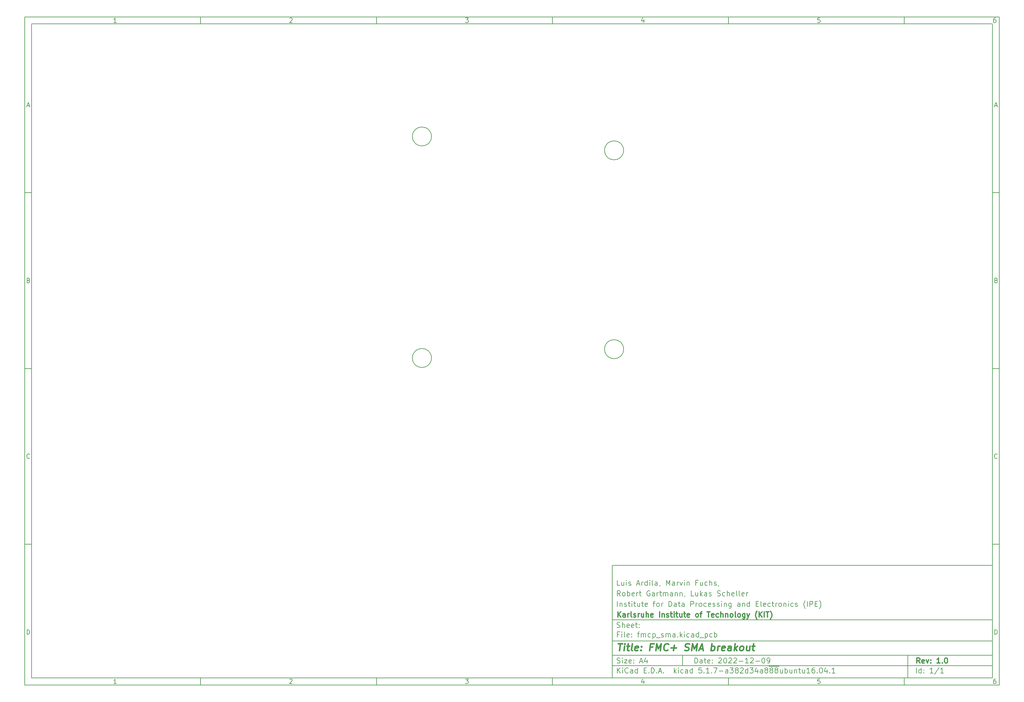
<source format=gbr>
%TF.GenerationSoftware,KiCad,Pcbnew,5.1.7-a382d34a8~88~ubuntu16.04.1*%
%TF.CreationDate,2022-12-13T12:32:42+01:00*%
%TF.ProjectId,fmcp_sma,666d6370-5f73-46d6-912e-6b696361645f,1.0*%
%TF.SameCoordinates,Original*%
%TF.FileFunction,Other,Comment*%
%FSLAX46Y46*%
G04 Gerber Fmt 4.6, Leading zero omitted, Abs format (unit mm)*
G04 Created by KiCad (PCBNEW 5.1.7-a382d34a8~88~ubuntu16.04.1) date 2022-12-13 12:32:42*
%MOMM*%
%LPD*%
G01*
G04 APERTURE LIST*
%ADD10C,0.050000*%
%ADD11C,0.150000*%
%ADD12C,0.300000*%
%ADD13C,0.400000*%
G04 APERTURE END LIST*
D10*
D11*
X177002200Y-166007200D02*
X177002200Y-198007200D01*
X285002200Y-198007200D01*
X285002200Y-166007200D01*
X177002200Y-166007200D01*
D10*
D11*
X10000000Y-10000000D02*
X10000000Y-200007200D01*
X287002200Y-200007200D01*
X287002200Y-10000000D01*
X10000000Y-10000000D01*
D10*
D11*
X12000000Y-12000000D02*
X12000000Y-198007200D01*
X285002200Y-198007200D01*
X285002200Y-12000000D01*
X12000000Y-12000000D01*
D10*
D11*
X60000000Y-12000000D02*
X60000000Y-10000000D01*
D10*
D11*
X110000000Y-12000000D02*
X110000000Y-10000000D01*
D10*
D11*
X160000000Y-12000000D02*
X160000000Y-10000000D01*
D10*
D11*
X210000000Y-12000000D02*
X210000000Y-10000000D01*
D10*
D11*
X260000000Y-12000000D02*
X260000000Y-10000000D01*
D10*
D11*
X36065476Y-11588095D02*
X35322619Y-11588095D01*
X35694047Y-11588095D02*
X35694047Y-10288095D01*
X35570238Y-10473809D01*
X35446428Y-10597619D01*
X35322619Y-10659523D01*
D10*
D11*
X85322619Y-10411904D02*
X85384523Y-10350000D01*
X85508333Y-10288095D01*
X85817857Y-10288095D01*
X85941666Y-10350000D01*
X86003571Y-10411904D01*
X86065476Y-10535714D01*
X86065476Y-10659523D01*
X86003571Y-10845238D01*
X85260714Y-11588095D01*
X86065476Y-11588095D01*
D10*
D11*
X135260714Y-10288095D02*
X136065476Y-10288095D01*
X135632142Y-10783333D01*
X135817857Y-10783333D01*
X135941666Y-10845238D01*
X136003571Y-10907142D01*
X136065476Y-11030952D01*
X136065476Y-11340476D01*
X136003571Y-11464285D01*
X135941666Y-11526190D01*
X135817857Y-11588095D01*
X135446428Y-11588095D01*
X135322619Y-11526190D01*
X135260714Y-11464285D01*
D10*
D11*
X185941666Y-10721428D02*
X185941666Y-11588095D01*
X185632142Y-10226190D02*
X185322619Y-11154761D01*
X186127380Y-11154761D01*
D10*
D11*
X236003571Y-10288095D02*
X235384523Y-10288095D01*
X235322619Y-10907142D01*
X235384523Y-10845238D01*
X235508333Y-10783333D01*
X235817857Y-10783333D01*
X235941666Y-10845238D01*
X236003571Y-10907142D01*
X236065476Y-11030952D01*
X236065476Y-11340476D01*
X236003571Y-11464285D01*
X235941666Y-11526190D01*
X235817857Y-11588095D01*
X235508333Y-11588095D01*
X235384523Y-11526190D01*
X235322619Y-11464285D01*
D10*
D11*
X285941666Y-10288095D02*
X285694047Y-10288095D01*
X285570238Y-10350000D01*
X285508333Y-10411904D01*
X285384523Y-10597619D01*
X285322619Y-10845238D01*
X285322619Y-11340476D01*
X285384523Y-11464285D01*
X285446428Y-11526190D01*
X285570238Y-11588095D01*
X285817857Y-11588095D01*
X285941666Y-11526190D01*
X286003571Y-11464285D01*
X286065476Y-11340476D01*
X286065476Y-11030952D01*
X286003571Y-10907142D01*
X285941666Y-10845238D01*
X285817857Y-10783333D01*
X285570238Y-10783333D01*
X285446428Y-10845238D01*
X285384523Y-10907142D01*
X285322619Y-11030952D01*
D10*
D11*
X60000000Y-198007200D02*
X60000000Y-200007200D01*
D10*
D11*
X110000000Y-198007200D02*
X110000000Y-200007200D01*
D10*
D11*
X160000000Y-198007200D02*
X160000000Y-200007200D01*
D10*
D11*
X210000000Y-198007200D02*
X210000000Y-200007200D01*
D10*
D11*
X260000000Y-198007200D02*
X260000000Y-200007200D01*
D10*
D11*
X36065476Y-199595295D02*
X35322619Y-199595295D01*
X35694047Y-199595295D02*
X35694047Y-198295295D01*
X35570238Y-198481009D01*
X35446428Y-198604819D01*
X35322619Y-198666723D01*
D10*
D11*
X85322619Y-198419104D02*
X85384523Y-198357200D01*
X85508333Y-198295295D01*
X85817857Y-198295295D01*
X85941666Y-198357200D01*
X86003571Y-198419104D01*
X86065476Y-198542914D01*
X86065476Y-198666723D01*
X86003571Y-198852438D01*
X85260714Y-199595295D01*
X86065476Y-199595295D01*
D10*
D11*
X135260714Y-198295295D02*
X136065476Y-198295295D01*
X135632142Y-198790533D01*
X135817857Y-198790533D01*
X135941666Y-198852438D01*
X136003571Y-198914342D01*
X136065476Y-199038152D01*
X136065476Y-199347676D01*
X136003571Y-199471485D01*
X135941666Y-199533390D01*
X135817857Y-199595295D01*
X135446428Y-199595295D01*
X135322619Y-199533390D01*
X135260714Y-199471485D01*
D10*
D11*
X185941666Y-198728628D02*
X185941666Y-199595295D01*
X185632142Y-198233390D02*
X185322619Y-199161961D01*
X186127380Y-199161961D01*
D10*
D11*
X236003571Y-198295295D02*
X235384523Y-198295295D01*
X235322619Y-198914342D01*
X235384523Y-198852438D01*
X235508333Y-198790533D01*
X235817857Y-198790533D01*
X235941666Y-198852438D01*
X236003571Y-198914342D01*
X236065476Y-199038152D01*
X236065476Y-199347676D01*
X236003571Y-199471485D01*
X235941666Y-199533390D01*
X235817857Y-199595295D01*
X235508333Y-199595295D01*
X235384523Y-199533390D01*
X235322619Y-199471485D01*
D10*
D11*
X285941666Y-198295295D02*
X285694047Y-198295295D01*
X285570238Y-198357200D01*
X285508333Y-198419104D01*
X285384523Y-198604819D01*
X285322619Y-198852438D01*
X285322619Y-199347676D01*
X285384523Y-199471485D01*
X285446428Y-199533390D01*
X285570238Y-199595295D01*
X285817857Y-199595295D01*
X285941666Y-199533390D01*
X286003571Y-199471485D01*
X286065476Y-199347676D01*
X286065476Y-199038152D01*
X286003571Y-198914342D01*
X285941666Y-198852438D01*
X285817857Y-198790533D01*
X285570238Y-198790533D01*
X285446428Y-198852438D01*
X285384523Y-198914342D01*
X285322619Y-199038152D01*
D10*
D11*
X10000000Y-60000000D02*
X12000000Y-60000000D01*
D10*
D11*
X10000000Y-110000000D02*
X12000000Y-110000000D01*
D10*
D11*
X10000000Y-160000000D02*
X12000000Y-160000000D01*
D10*
D11*
X10690476Y-35216666D02*
X11309523Y-35216666D01*
X10566666Y-35588095D02*
X11000000Y-34288095D01*
X11433333Y-35588095D01*
D10*
D11*
X11092857Y-84907142D02*
X11278571Y-84969047D01*
X11340476Y-85030952D01*
X11402380Y-85154761D01*
X11402380Y-85340476D01*
X11340476Y-85464285D01*
X11278571Y-85526190D01*
X11154761Y-85588095D01*
X10659523Y-85588095D01*
X10659523Y-84288095D01*
X11092857Y-84288095D01*
X11216666Y-84350000D01*
X11278571Y-84411904D01*
X11340476Y-84535714D01*
X11340476Y-84659523D01*
X11278571Y-84783333D01*
X11216666Y-84845238D01*
X11092857Y-84907142D01*
X10659523Y-84907142D01*
D10*
D11*
X11402380Y-135464285D02*
X11340476Y-135526190D01*
X11154761Y-135588095D01*
X11030952Y-135588095D01*
X10845238Y-135526190D01*
X10721428Y-135402380D01*
X10659523Y-135278571D01*
X10597619Y-135030952D01*
X10597619Y-134845238D01*
X10659523Y-134597619D01*
X10721428Y-134473809D01*
X10845238Y-134350000D01*
X11030952Y-134288095D01*
X11154761Y-134288095D01*
X11340476Y-134350000D01*
X11402380Y-134411904D01*
D10*
D11*
X10659523Y-185588095D02*
X10659523Y-184288095D01*
X10969047Y-184288095D01*
X11154761Y-184350000D01*
X11278571Y-184473809D01*
X11340476Y-184597619D01*
X11402380Y-184845238D01*
X11402380Y-185030952D01*
X11340476Y-185278571D01*
X11278571Y-185402380D01*
X11154761Y-185526190D01*
X10969047Y-185588095D01*
X10659523Y-185588095D01*
D10*
D11*
X287002200Y-60000000D02*
X285002200Y-60000000D01*
D10*
D11*
X287002200Y-110000000D02*
X285002200Y-110000000D01*
D10*
D11*
X287002200Y-160000000D02*
X285002200Y-160000000D01*
D10*
D11*
X285692676Y-35216666D02*
X286311723Y-35216666D01*
X285568866Y-35588095D02*
X286002200Y-34288095D01*
X286435533Y-35588095D01*
D10*
D11*
X286095057Y-84907142D02*
X286280771Y-84969047D01*
X286342676Y-85030952D01*
X286404580Y-85154761D01*
X286404580Y-85340476D01*
X286342676Y-85464285D01*
X286280771Y-85526190D01*
X286156961Y-85588095D01*
X285661723Y-85588095D01*
X285661723Y-84288095D01*
X286095057Y-84288095D01*
X286218866Y-84350000D01*
X286280771Y-84411904D01*
X286342676Y-84535714D01*
X286342676Y-84659523D01*
X286280771Y-84783333D01*
X286218866Y-84845238D01*
X286095057Y-84907142D01*
X285661723Y-84907142D01*
D10*
D11*
X286404580Y-135464285D02*
X286342676Y-135526190D01*
X286156961Y-135588095D01*
X286033152Y-135588095D01*
X285847438Y-135526190D01*
X285723628Y-135402380D01*
X285661723Y-135278571D01*
X285599819Y-135030952D01*
X285599819Y-134845238D01*
X285661723Y-134597619D01*
X285723628Y-134473809D01*
X285847438Y-134350000D01*
X286033152Y-134288095D01*
X286156961Y-134288095D01*
X286342676Y-134350000D01*
X286404580Y-134411904D01*
D10*
D11*
X285661723Y-185588095D02*
X285661723Y-184288095D01*
X285971247Y-184288095D01*
X286156961Y-184350000D01*
X286280771Y-184473809D01*
X286342676Y-184597619D01*
X286404580Y-184845238D01*
X286404580Y-185030952D01*
X286342676Y-185278571D01*
X286280771Y-185402380D01*
X286156961Y-185526190D01*
X285971247Y-185588095D01*
X285661723Y-185588095D01*
D10*
D11*
X200434342Y-193785771D02*
X200434342Y-192285771D01*
X200791485Y-192285771D01*
X201005771Y-192357200D01*
X201148628Y-192500057D01*
X201220057Y-192642914D01*
X201291485Y-192928628D01*
X201291485Y-193142914D01*
X201220057Y-193428628D01*
X201148628Y-193571485D01*
X201005771Y-193714342D01*
X200791485Y-193785771D01*
X200434342Y-193785771D01*
X202577200Y-193785771D02*
X202577200Y-193000057D01*
X202505771Y-192857200D01*
X202362914Y-192785771D01*
X202077200Y-192785771D01*
X201934342Y-192857200D01*
X202577200Y-193714342D02*
X202434342Y-193785771D01*
X202077200Y-193785771D01*
X201934342Y-193714342D01*
X201862914Y-193571485D01*
X201862914Y-193428628D01*
X201934342Y-193285771D01*
X202077200Y-193214342D01*
X202434342Y-193214342D01*
X202577200Y-193142914D01*
X203077200Y-192785771D02*
X203648628Y-192785771D01*
X203291485Y-192285771D02*
X203291485Y-193571485D01*
X203362914Y-193714342D01*
X203505771Y-193785771D01*
X203648628Y-193785771D01*
X204720057Y-193714342D02*
X204577200Y-193785771D01*
X204291485Y-193785771D01*
X204148628Y-193714342D01*
X204077200Y-193571485D01*
X204077200Y-193000057D01*
X204148628Y-192857200D01*
X204291485Y-192785771D01*
X204577200Y-192785771D01*
X204720057Y-192857200D01*
X204791485Y-193000057D01*
X204791485Y-193142914D01*
X204077200Y-193285771D01*
X205434342Y-193642914D02*
X205505771Y-193714342D01*
X205434342Y-193785771D01*
X205362914Y-193714342D01*
X205434342Y-193642914D01*
X205434342Y-193785771D01*
X205434342Y-192857200D02*
X205505771Y-192928628D01*
X205434342Y-193000057D01*
X205362914Y-192928628D01*
X205434342Y-192857200D01*
X205434342Y-193000057D01*
X207220057Y-192428628D02*
X207291485Y-192357200D01*
X207434342Y-192285771D01*
X207791485Y-192285771D01*
X207934342Y-192357200D01*
X208005771Y-192428628D01*
X208077200Y-192571485D01*
X208077200Y-192714342D01*
X208005771Y-192928628D01*
X207148628Y-193785771D01*
X208077200Y-193785771D01*
X209005771Y-192285771D02*
X209148628Y-192285771D01*
X209291485Y-192357200D01*
X209362914Y-192428628D01*
X209434342Y-192571485D01*
X209505771Y-192857200D01*
X209505771Y-193214342D01*
X209434342Y-193500057D01*
X209362914Y-193642914D01*
X209291485Y-193714342D01*
X209148628Y-193785771D01*
X209005771Y-193785771D01*
X208862914Y-193714342D01*
X208791485Y-193642914D01*
X208720057Y-193500057D01*
X208648628Y-193214342D01*
X208648628Y-192857200D01*
X208720057Y-192571485D01*
X208791485Y-192428628D01*
X208862914Y-192357200D01*
X209005771Y-192285771D01*
X210077200Y-192428628D02*
X210148628Y-192357200D01*
X210291485Y-192285771D01*
X210648628Y-192285771D01*
X210791485Y-192357200D01*
X210862914Y-192428628D01*
X210934342Y-192571485D01*
X210934342Y-192714342D01*
X210862914Y-192928628D01*
X210005771Y-193785771D01*
X210934342Y-193785771D01*
X211505771Y-192428628D02*
X211577200Y-192357200D01*
X211720057Y-192285771D01*
X212077200Y-192285771D01*
X212220057Y-192357200D01*
X212291485Y-192428628D01*
X212362914Y-192571485D01*
X212362914Y-192714342D01*
X212291485Y-192928628D01*
X211434342Y-193785771D01*
X212362914Y-193785771D01*
X213005771Y-193214342D02*
X214148628Y-193214342D01*
X215648628Y-193785771D02*
X214791485Y-193785771D01*
X215220057Y-193785771D02*
X215220057Y-192285771D01*
X215077200Y-192500057D01*
X214934342Y-192642914D01*
X214791485Y-192714342D01*
X216220057Y-192428628D02*
X216291485Y-192357200D01*
X216434342Y-192285771D01*
X216791485Y-192285771D01*
X216934342Y-192357200D01*
X217005771Y-192428628D01*
X217077200Y-192571485D01*
X217077200Y-192714342D01*
X217005771Y-192928628D01*
X216148628Y-193785771D01*
X217077200Y-193785771D01*
X217720057Y-193214342D02*
X218862914Y-193214342D01*
X219862914Y-192285771D02*
X220005771Y-192285771D01*
X220148628Y-192357200D01*
X220220057Y-192428628D01*
X220291485Y-192571485D01*
X220362914Y-192857200D01*
X220362914Y-193214342D01*
X220291485Y-193500057D01*
X220220057Y-193642914D01*
X220148628Y-193714342D01*
X220005771Y-193785771D01*
X219862914Y-193785771D01*
X219720057Y-193714342D01*
X219648628Y-193642914D01*
X219577200Y-193500057D01*
X219505771Y-193214342D01*
X219505771Y-192857200D01*
X219577200Y-192571485D01*
X219648628Y-192428628D01*
X219720057Y-192357200D01*
X219862914Y-192285771D01*
X221077200Y-193785771D02*
X221362914Y-193785771D01*
X221505771Y-193714342D01*
X221577200Y-193642914D01*
X221720057Y-193428628D01*
X221791485Y-193142914D01*
X221791485Y-192571485D01*
X221720057Y-192428628D01*
X221648628Y-192357200D01*
X221505771Y-192285771D01*
X221220057Y-192285771D01*
X221077200Y-192357200D01*
X221005771Y-192428628D01*
X220934342Y-192571485D01*
X220934342Y-192928628D01*
X221005771Y-193071485D01*
X221077200Y-193142914D01*
X221220057Y-193214342D01*
X221505771Y-193214342D01*
X221648628Y-193142914D01*
X221720057Y-193071485D01*
X221791485Y-192928628D01*
D10*
D11*
X177002200Y-194507200D02*
X285002200Y-194507200D01*
D10*
D11*
X178434342Y-196585771D02*
X178434342Y-195085771D01*
X179291485Y-196585771D02*
X178648628Y-195728628D01*
X179291485Y-195085771D02*
X178434342Y-195942914D01*
X179934342Y-196585771D02*
X179934342Y-195585771D01*
X179934342Y-195085771D02*
X179862914Y-195157200D01*
X179934342Y-195228628D01*
X180005771Y-195157200D01*
X179934342Y-195085771D01*
X179934342Y-195228628D01*
X181505771Y-196442914D02*
X181434342Y-196514342D01*
X181220057Y-196585771D01*
X181077200Y-196585771D01*
X180862914Y-196514342D01*
X180720057Y-196371485D01*
X180648628Y-196228628D01*
X180577200Y-195942914D01*
X180577200Y-195728628D01*
X180648628Y-195442914D01*
X180720057Y-195300057D01*
X180862914Y-195157200D01*
X181077200Y-195085771D01*
X181220057Y-195085771D01*
X181434342Y-195157200D01*
X181505771Y-195228628D01*
X182791485Y-196585771D02*
X182791485Y-195800057D01*
X182720057Y-195657200D01*
X182577200Y-195585771D01*
X182291485Y-195585771D01*
X182148628Y-195657200D01*
X182791485Y-196514342D02*
X182648628Y-196585771D01*
X182291485Y-196585771D01*
X182148628Y-196514342D01*
X182077200Y-196371485D01*
X182077200Y-196228628D01*
X182148628Y-196085771D01*
X182291485Y-196014342D01*
X182648628Y-196014342D01*
X182791485Y-195942914D01*
X184148628Y-196585771D02*
X184148628Y-195085771D01*
X184148628Y-196514342D02*
X184005771Y-196585771D01*
X183720057Y-196585771D01*
X183577200Y-196514342D01*
X183505771Y-196442914D01*
X183434342Y-196300057D01*
X183434342Y-195871485D01*
X183505771Y-195728628D01*
X183577200Y-195657200D01*
X183720057Y-195585771D01*
X184005771Y-195585771D01*
X184148628Y-195657200D01*
X186005771Y-195800057D02*
X186505771Y-195800057D01*
X186720057Y-196585771D02*
X186005771Y-196585771D01*
X186005771Y-195085771D01*
X186720057Y-195085771D01*
X187362914Y-196442914D02*
X187434342Y-196514342D01*
X187362914Y-196585771D01*
X187291485Y-196514342D01*
X187362914Y-196442914D01*
X187362914Y-196585771D01*
X188077200Y-196585771D02*
X188077200Y-195085771D01*
X188434342Y-195085771D01*
X188648628Y-195157200D01*
X188791485Y-195300057D01*
X188862914Y-195442914D01*
X188934342Y-195728628D01*
X188934342Y-195942914D01*
X188862914Y-196228628D01*
X188791485Y-196371485D01*
X188648628Y-196514342D01*
X188434342Y-196585771D01*
X188077200Y-196585771D01*
X189577200Y-196442914D02*
X189648628Y-196514342D01*
X189577200Y-196585771D01*
X189505771Y-196514342D01*
X189577200Y-196442914D01*
X189577200Y-196585771D01*
X190220057Y-196157200D02*
X190934342Y-196157200D01*
X190077200Y-196585771D02*
X190577200Y-195085771D01*
X191077200Y-196585771D01*
X191577200Y-196442914D02*
X191648628Y-196514342D01*
X191577200Y-196585771D01*
X191505771Y-196514342D01*
X191577200Y-196442914D01*
X191577200Y-196585771D01*
X194577200Y-196585771D02*
X194577200Y-195085771D01*
X194720057Y-196014342D02*
X195148628Y-196585771D01*
X195148628Y-195585771D02*
X194577200Y-196157200D01*
X195791485Y-196585771D02*
X195791485Y-195585771D01*
X195791485Y-195085771D02*
X195720057Y-195157200D01*
X195791485Y-195228628D01*
X195862914Y-195157200D01*
X195791485Y-195085771D01*
X195791485Y-195228628D01*
X197148628Y-196514342D02*
X197005771Y-196585771D01*
X196720057Y-196585771D01*
X196577200Y-196514342D01*
X196505771Y-196442914D01*
X196434342Y-196300057D01*
X196434342Y-195871485D01*
X196505771Y-195728628D01*
X196577200Y-195657200D01*
X196720057Y-195585771D01*
X197005771Y-195585771D01*
X197148628Y-195657200D01*
X198434342Y-196585771D02*
X198434342Y-195800057D01*
X198362914Y-195657200D01*
X198220057Y-195585771D01*
X197934342Y-195585771D01*
X197791485Y-195657200D01*
X198434342Y-196514342D02*
X198291485Y-196585771D01*
X197934342Y-196585771D01*
X197791485Y-196514342D01*
X197720057Y-196371485D01*
X197720057Y-196228628D01*
X197791485Y-196085771D01*
X197934342Y-196014342D01*
X198291485Y-196014342D01*
X198434342Y-195942914D01*
X199791485Y-196585771D02*
X199791485Y-195085771D01*
X199791485Y-196514342D02*
X199648628Y-196585771D01*
X199362914Y-196585771D01*
X199220057Y-196514342D01*
X199148628Y-196442914D01*
X199077200Y-196300057D01*
X199077200Y-195871485D01*
X199148628Y-195728628D01*
X199220057Y-195657200D01*
X199362914Y-195585771D01*
X199648628Y-195585771D01*
X199791485Y-195657200D01*
X202362914Y-195085771D02*
X201648628Y-195085771D01*
X201577200Y-195800057D01*
X201648628Y-195728628D01*
X201791485Y-195657200D01*
X202148628Y-195657200D01*
X202291485Y-195728628D01*
X202362914Y-195800057D01*
X202434342Y-195942914D01*
X202434342Y-196300057D01*
X202362914Y-196442914D01*
X202291485Y-196514342D01*
X202148628Y-196585771D01*
X201791485Y-196585771D01*
X201648628Y-196514342D01*
X201577200Y-196442914D01*
X203077200Y-196442914D02*
X203148628Y-196514342D01*
X203077200Y-196585771D01*
X203005771Y-196514342D01*
X203077200Y-196442914D01*
X203077200Y-196585771D01*
X204577200Y-196585771D02*
X203720057Y-196585771D01*
X204148628Y-196585771D02*
X204148628Y-195085771D01*
X204005771Y-195300057D01*
X203862914Y-195442914D01*
X203720057Y-195514342D01*
X205220057Y-196442914D02*
X205291485Y-196514342D01*
X205220057Y-196585771D01*
X205148628Y-196514342D01*
X205220057Y-196442914D01*
X205220057Y-196585771D01*
X205791485Y-195085771D02*
X206791485Y-195085771D01*
X206148628Y-196585771D01*
X207362914Y-196014342D02*
X208505771Y-196014342D01*
X209862914Y-196585771D02*
X209862914Y-195800057D01*
X209791485Y-195657200D01*
X209648628Y-195585771D01*
X209362914Y-195585771D01*
X209220057Y-195657200D01*
X209862914Y-196514342D02*
X209720057Y-196585771D01*
X209362914Y-196585771D01*
X209220057Y-196514342D01*
X209148628Y-196371485D01*
X209148628Y-196228628D01*
X209220057Y-196085771D01*
X209362914Y-196014342D01*
X209720057Y-196014342D01*
X209862914Y-195942914D01*
X210434342Y-195085771D02*
X211362914Y-195085771D01*
X210862914Y-195657200D01*
X211077200Y-195657200D01*
X211220057Y-195728628D01*
X211291485Y-195800057D01*
X211362914Y-195942914D01*
X211362914Y-196300057D01*
X211291485Y-196442914D01*
X211220057Y-196514342D01*
X211077200Y-196585771D01*
X210648628Y-196585771D01*
X210505771Y-196514342D01*
X210434342Y-196442914D01*
X212220057Y-195728628D02*
X212077200Y-195657200D01*
X212005771Y-195585771D01*
X211934342Y-195442914D01*
X211934342Y-195371485D01*
X212005771Y-195228628D01*
X212077200Y-195157200D01*
X212220057Y-195085771D01*
X212505771Y-195085771D01*
X212648628Y-195157200D01*
X212720057Y-195228628D01*
X212791485Y-195371485D01*
X212791485Y-195442914D01*
X212720057Y-195585771D01*
X212648628Y-195657200D01*
X212505771Y-195728628D01*
X212220057Y-195728628D01*
X212077200Y-195800057D01*
X212005771Y-195871485D01*
X211934342Y-196014342D01*
X211934342Y-196300057D01*
X212005771Y-196442914D01*
X212077200Y-196514342D01*
X212220057Y-196585771D01*
X212505771Y-196585771D01*
X212648628Y-196514342D01*
X212720057Y-196442914D01*
X212791485Y-196300057D01*
X212791485Y-196014342D01*
X212720057Y-195871485D01*
X212648628Y-195800057D01*
X212505771Y-195728628D01*
X213362914Y-195228628D02*
X213434342Y-195157200D01*
X213577200Y-195085771D01*
X213934342Y-195085771D01*
X214077200Y-195157200D01*
X214148628Y-195228628D01*
X214220057Y-195371485D01*
X214220057Y-195514342D01*
X214148628Y-195728628D01*
X213291485Y-196585771D01*
X214220057Y-196585771D01*
X215505771Y-196585771D02*
X215505771Y-195085771D01*
X215505771Y-196514342D02*
X215362914Y-196585771D01*
X215077200Y-196585771D01*
X214934342Y-196514342D01*
X214862914Y-196442914D01*
X214791485Y-196300057D01*
X214791485Y-195871485D01*
X214862914Y-195728628D01*
X214934342Y-195657200D01*
X215077200Y-195585771D01*
X215362914Y-195585771D01*
X215505771Y-195657200D01*
X216077200Y-195085771D02*
X217005771Y-195085771D01*
X216505771Y-195657200D01*
X216720057Y-195657200D01*
X216862914Y-195728628D01*
X216934342Y-195800057D01*
X217005771Y-195942914D01*
X217005771Y-196300057D01*
X216934342Y-196442914D01*
X216862914Y-196514342D01*
X216720057Y-196585771D01*
X216291485Y-196585771D01*
X216148628Y-196514342D01*
X216077200Y-196442914D01*
X218291485Y-195585771D02*
X218291485Y-196585771D01*
X217934342Y-195014342D02*
X217577200Y-196085771D01*
X218505771Y-196085771D01*
X219720057Y-196585771D02*
X219720057Y-195800057D01*
X219648628Y-195657200D01*
X219505771Y-195585771D01*
X219220057Y-195585771D01*
X219077200Y-195657200D01*
X219720057Y-196514342D02*
X219577200Y-196585771D01*
X219220057Y-196585771D01*
X219077200Y-196514342D01*
X219005771Y-196371485D01*
X219005771Y-196228628D01*
X219077200Y-196085771D01*
X219220057Y-196014342D01*
X219577200Y-196014342D01*
X219720057Y-195942914D01*
X220648628Y-195728628D02*
X220505771Y-195657200D01*
X220434342Y-195585771D01*
X220362914Y-195442914D01*
X220362914Y-195371485D01*
X220434342Y-195228628D01*
X220505771Y-195157200D01*
X220648628Y-195085771D01*
X220934342Y-195085771D01*
X221077200Y-195157200D01*
X221148628Y-195228628D01*
X221220057Y-195371485D01*
X221220057Y-195442914D01*
X221148628Y-195585771D01*
X221077200Y-195657200D01*
X220934342Y-195728628D01*
X220648628Y-195728628D01*
X220505771Y-195800057D01*
X220434342Y-195871485D01*
X220362914Y-196014342D01*
X220362914Y-196300057D01*
X220434342Y-196442914D01*
X220505771Y-196514342D01*
X220648628Y-196585771D01*
X220934342Y-196585771D01*
X221077200Y-196514342D01*
X221148628Y-196442914D01*
X221220057Y-196300057D01*
X221220057Y-196014342D01*
X221148628Y-195871485D01*
X221077200Y-195800057D01*
X220934342Y-195728628D01*
X221505771Y-194677200D02*
X222934342Y-194677200D01*
X222077200Y-195728628D02*
X221934342Y-195657200D01*
X221862914Y-195585771D01*
X221791485Y-195442914D01*
X221791485Y-195371485D01*
X221862914Y-195228628D01*
X221934342Y-195157200D01*
X222077200Y-195085771D01*
X222362914Y-195085771D01*
X222505771Y-195157200D01*
X222577200Y-195228628D01*
X222648628Y-195371485D01*
X222648628Y-195442914D01*
X222577200Y-195585771D01*
X222505771Y-195657200D01*
X222362914Y-195728628D01*
X222077200Y-195728628D01*
X221934342Y-195800057D01*
X221862914Y-195871485D01*
X221791485Y-196014342D01*
X221791485Y-196300057D01*
X221862914Y-196442914D01*
X221934342Y-196514342D01*
X222077200Y-196585771D01*
X222362914Y-196585771D01*
X222505771Y-196514342D01*
X222577200Y-196442914D01*
X222648628Y-196300057D01*
X222648628Y-196014342D01*
X222577200Y-195871485D01*
X222505771Y-195800057D01*
X222362914Y-195728628D01*
X222934342Y-194677200D02*
X224362914Y-194677200D01*
X223505771Y-195728628D02*
X223362914Y-195657200D01*
X223291485Y-195585771D01*
X223220057Y-195442914D01*
X223220057Y-195371485D01*
X223291485Y-195228628D01*
X223362914Y-195157200D01*
X223505771Y-195085771D01*
X223791485Y-195085771D01*
X223934342Y-195157200D01*
X224005771Y-195228628D01*
X224077199Y-195371485D01*
X224077199Y-195442914D01*
X224005771Y-195585771D01*
X223934342Y-195657200D01*
X223791485Y-195728628D01*
X223505771Y-195728628D01*
X223362914Y-195800057D01*
X223291485Y-195871485D01*
X223220057Y-196014342D01*
X223220057Y-196300057D01*
X223291485Y-196442914D01*
X223362914Y-196514342D01*
X223505771Y-196585771D01*
X223791485Y-196585771D01*
X223934342Y-196514342D01*
X224005771Y-196442914D01*
X224077199Y-196300057D01*
X224077199Y-196014342D01*
X224005771Y-195871485D01*
X223934342Y-195800057D01*
X223791485Y-195728628D01*
X225362914Y-195585771D02*
X225362914Y-196585771D01*
X224720057Y-195585771D02*
X224720057Y-196371485D01*
X224791485Y-196514342D01*
X224934342Y-196585771D01*
X225148628Y-196585771D01*
X225291485Y-196514342D01*
X225362914Y-196442914D01*
X226077199Y-196585771D02*
X226077199Y-195085771D01*
X226077199Y-195657200D02*
X226220057Y-195585771D01*
X226505771Y-195585771D01*
X226648628Y-195657200D01*
X226720057Y-195728628D01*
X226791485Y-195871485D01*
X226791485Y-196300057D01*
X226720057Y-196442914D01*
X226648628Y-196514342D01*
X226505771Y-196585771D01*
X226220057Y-196585771D01*
X226077199Y-196514342D01*
X228077199Y-195585771D02*
X228077199Y-196585771D01*
X227434342Y-195585771D02*
X227434342Y-196371485D01*
X227505771Y-196514342D01*
X227648628Y-196585771D01*
X227862914Y-196585771D01*
X228005771Y-196514342D01*
X228077199Y-196442914D01*
X228791485Y-195585771D02*
X228791485Y-196585771D01*
X228791485Y-195728628D02*
X228862914Y-195657200D01*
X229005771Y-195585771D01*
X229220057Y-195585771D01*
X229362914Y-195657200D01*
X229434342Y-195800057D01*
X229434342Y-196585771D01*
X229934342Y-195585771D02*
X230505771Y-195585771D01*
X230148628Y-195085771D02*
X230148628Y-196371485D01*
X230220057Y-196514342D01*
X230362914Y-196585771D01*
X230505771Y-196585771D01*
X231648628Y-195585771D02*
X231648628Y-196585771D01*
X231005771Y-195585771D02*
X231005771Y-196371485D01*
X231077199Y-196514342D01*
X231220057Y-196585771D01*
X231434342Y-196585771D01*
X231577199Y-196514342D01*
X231648628Y-196442914D01*
X233148628Y-196585771D02*
X232291485Y-196585771D01*
X232720057Y-196585771D02*
X232720057Y-195085771D01*
X232577200Y-195300057D01*
X232434342Y-195442914D01*
X232291485Y-195514342D01*
X234434342Y-195085771D02*
X234148628Y-195085771D01*
X234005771Y-195157200D01*
X233934342Y-195228628D01*
X233791485Y-195442914D01*
X233720057Y-195728628D01*
X233720057Y-196300057D01*
X233791485Y-196442914D01*
X233862914Y-196514342D01*
X234005771Y-196585771D01*
X234291485Y-196585771D01*
X234434342Y-196514342D01*
X234505771Y-196442914D01*
X234577199Y-196300057D01*
X234577199Y-195942914D01*
X234505771Y-195800057D01*
X234434342Y-195728628D01*
X234291485Y-195657200D01*
X234005771Y-195657200D01*
X233862914Y-195728628D01*
X233791485Y-195800057D01*
X233720057Y-195942914D01*
X235220057Y-196442914D02*
X235291485Y-196514342D01*
X235220057Y-196585771D01*
X235148628Y-196514342D01*
X235220057Y-196442914D01*
X235220057Y-196585771D01*
X236220057Y-195085771D02*
X236362914Y-195085771D01*
X236505771Y-195157200D01*
X236577199Y-195228628D01*
X236648628Y-195371485D01*
X236720057Y-195657200D01*
X236720057Y-196014342D01*
X236648628Y-196300057D01*
X236577199Y-196442914D01*
X236505771Y-196514342D01*
X236362914Y-196585771D01*
X236220057Y-196585771D01*
X236077199Y-196514342D01*
X236005771Y-196442914D01*
X235934342Y-196300057D01*
X235862914Y-196014342D01*
X235862914Y-195657200D01*
X235934342Y-195371485D01*
X236005771Y-195228628D01*
X236077199Y-195157200D01*
X236220057Y-195085771D01*
X238005771Y-195585771D02*
X238005771Y-196585771D01*
X237648628Y-195014342D02*
X237291485Y-196085771D01*
X238220057Y-196085771D01*
X238791485Y-196442914D02*
X238862914Y-196514342D01*
X238791485Y-196585771D01*
X238720057Y-196514342D01*
X238791485Y-196442914D01*
X238791485Y-196585771D01*
X240291485Y-196585771D02*
X239434342Y-196585771D01*
X239862914Y-196585771D02*
X239862914Y-195085771D01*
X239720057Y-195300057D01*
X239577199Y-195442914D01*
X239434342Y-195514342D01*
D10*
D11*
X177002200Y-191507200D02*
X285002200Y-191507200D01*
D10*
D12*
X264411485Y-193785771D02*
X263911485Y-193071485D01*
X263554342Y-193785771D02*
X263554342Y-192285771D01*
X264125771Y-192285771D01*
X264268628Y-192357200D01*
X264340057Y-192428628D01*
X264411485Y-192571485D01*
X264411485Y-192785771D01*
X264340057Y-192928628D01*
X264268628Y-193000057D01*
X264125771Y-193071485D01*
X263554342Y-193071485D01*
X265625771Y-193714342D02*
X265482914Y-193785771D01*
X265197200Y-193785771D01*
X265054342Y-193714342D01*
X264982914Y-193571485D01*
X264982914Y-193000057D01*
X265054342Y-192857200D01*
X265197200Y-192785771D01*
X265482914Y-192785771D01*
X265625771Y-192857200D01*
X265697200Y-193000057D01*
X265697200Y-193142914D01*
X264982914Y-193285771D01*
X266197200Y-192785771D02*
X266554342Y-193785771D01*
X266911485Y-192785771D01*
X267482914Y-193642914D02*
X267554342Y-193714342D01*
X267482914Y-193785771D01*
X267411485Y-193714342D01*
X267482914Y-193642914D01*
X267482914Y-193785771D01*
X267482914Y-192857200D02*
X267554342Y-192928628D01*
X267482914Y-193000057D01*
X267411485Y-192928628D01*
X267482914Y-192857200D01*
X267482914Y-193000057D01*
X270125771Y-193785771D02*
X269268628Y-193785771D01*
X269697200Y-193785771D02*
X269697200Y-192285771D01*
X269554342Y-192500057D01*
X269411485Y-192642914D01*
X269268628Y-192714342D01*
X270768628Y-193642914D02*
X270840057Y-193714342D01*
X270768628Y-193785771D01*
X270697200Y-193714342D01*
X270768628Y-193642914D01*
X270768628Y-193785771D01*
X271768628Y-192285771D02*
X271911485Y-192285771D01*
X272054342Y-192357200D01*
X272125771Y-192428628D01*
X272197200Y-192571485D01*
X272268628Y-192857200D01*
X272268628Y-193214342D01*
X272197200Y-193500057D01*
X272125771Y-193642914D01*
X272054342Y-193714342D01*
X271911485Y-193785771D01*
X271768628Y-193785771D01*
X271625771Y-193714342D01*
X271554342Y-193642914D01*
X271482914Y-193500057D01*
X271411485Y-193214342D01*
X271411485Y-192857200D01*
X271482914Y-192571485D01*
X271554342Y-192428628D01*
X271625771Y-192357200D01*
X271768628Y-192285771D01*
D10*
D11*
X178362914Y-193714342D02*
X178577200Y-193785771D01*
X178934342Y-193785771D01*
X179077200Y-193714342D01*
X179148628Y-193642914D01*
X179220057Y-193500057D01*
X179220057Y-193357200D01*
X179148628Y-193214342D01*
X179077200Y-193142914D01*
X178934342Y-193071485D01*
X178648628Y-193000057D01*
X178505771Y-192928628D01*
X178434342Y-192857200D01*
X178362914Y-192714342D01*
X178362914Y-192571485D01*
X178434342Y-192428628D01*
X178505771Y-192357200D01*
X178648628Y-192285771D01*
X179005771Y-192285771D01*
X179220057Y-192357200D01*
X179862914Y-193785771D02*
X179862914Y-192785771D01*
X179862914Y-192285771D02*
X179791485Y-192357200D01*
X179862914Y-192428628D01*
X179934342Y-192357200D01*
X179862914Y-192285771D01*
X179862914Y-192428628D01*
X180434342Y-192785771D02*
X181220057Y-192785771D01*
X180434342Y-193785771D01*
X181220057Y-193785771D01*
X182362914Y-193714342D02*
X182220057Y-193785771D01*
X181934342Y-193785771D01*
X181791485Y-193714342D01*
X181720057Y-193571485D01*
X181720057Y-193000057D01*
X181791485Y-192857200D01*
X181934342Y-192785771D01*
X182220057Y-192785771D01*
X182362914Y-192857200D01*
X182434342Y-193000057D01*
X182434342Y-193142914D01*
X181720057Y-193285771D01*
X183077200Y-193642914D02*
X183148628Y-193714342D01*
X183077200Y-193785771D01*
X183005771Y-193714342D01*
X183077200Y-193642914D01*
X183077200Y-193785771D01*
X183077200Y-192857200D02*
X183148628Y-192928628D01*
X183077200Y-193000057D01*
X183005771Y-192928628D01*
X183077200Y-192857200D01*
X183077200Y-193000057D01*
X184862914Y-193357200D02*
X185577200Y-193357200D01*
X184720057Y-193785771D02*
X185220057Y-192285771D01*
X185720057Y-193785771D01*
X186862914Y-192785771D02*
X186862914Y-193785771D01*
X186505771Y-192214342D02*
X186148628Y-193285771D01*
X187077200Y-193285771D01*
D10*
D11*
X263434342Y-196585771D02*
X263434342Y-195085771D01*
X264791485Y-196585771D02*
X264791485Y-195085771D01*
X264791485Y-196514342D02*
X264648628Y-196585771D01*
X264362914Y-196585771D01*
X264220057Y-196514342D01*
X264148628Y-196442914D01*
X264077200Y-196300057D01*
X264077200Y-195871485D01*
X264148628Y-195728628D01*
X264220057Y-195657200D01*
X264362914Y-195585771D01*
X264648628Y-195585771D01*
X264791485Y-195657200D01*
X265505771Y-196442914D02*
X265577200Y-196514342D01*
X265505771Y-196585771D01*
X265434342Y-196514342D01*
X265505771Y-196442914D01*
X265505771Y-196585771D01*
X265505771Y-195657200D02*
X265577200Y-195728628D01*
X265505771Y-195800057D01*
X265434342Y-195728628D01*
X265505771Y-195657200D01*
X265505771Y-195800057D01*
X268148628Y-196585771D02*
X267291485Y-196585771D01*
X267720057Y-196585771D02*
X267720057Y-195085771D01*
X267577200Y-195300057D01*
X267434342Y-195442914D01*
X267291485Y-195514342D01*
X269862914Y-195014342D02*
X268577200Y-196942914D01*
X271148628Y-196585771D02*
X270291485Y-196585771D01*
X270720057Y-196585771D02*
X270720057Y-195085771D01*
X270577200Y-195300057D01*
X270434342Y-195442914D01*
X270291485Y-195514342D01*
D10*
D11*
X177002200Y-187507200D02*
X285002200Y-187507200D01*
D10*
D13*
X178714580Y-188211961D02*
X179857438Y-188211961D01*
X179036009Y-190211961D02*
X179286009Y-188211961D01*
X180274104Y-190211961D02*
X180440771Y-188878628D01*
X180524104Y-188211961D02*
X180416961Y-188307200D01*
X180500295Y-188402438D01*
X180607438Y-188307200D01*
X180524104Y-188211961D01*
X180500295Y-188402438D01*
X181107438Y-188878628D02*
X181869342Y-188878628D01*
X181476485Y-188211961D02*
X181262200Y-189926247D01*
X181333628Y-190116723D01*
X181512200Y-190211961D01*
X181702676Y-190211961D01*
X182655057Y-190211961D02*
X182476485Y-190116723D01*
X182405057Y-189926247D01*
X182619342Y-188211961D01*
X184190771Y-190116723D02*
X183988390Y-190211961D01*
X183607438Y-190211961D01*
X183428866Y-190116723D01*
X183357438Y-189926247D01*
X183452676Y-189164342D01*
X183571723Y-188973866D01*
X183774104Y-188878628D01*
X184155057Y-188878628D01*
X184333628Y-188973866D01*
X184405057Y-189164342D01*
X184381247Y-189354819D01*
X183405057Y-189545295D01*
X185155057Y-190021485D02*
X185238390Y-190116723D01*
X185131247Y-190211961D01*
X185047914Y-190116723D01*
X185155057Y-190021485D01*
X185131247Y-190211961D01*
X185286009Y-188973866D02*
X185369342Y-189069104D01*
X185262200Y-189164342D01*
X185178866Y-189069104D01*
X185286009Y-188973866D01*
X185262200Y-189164342D01*
X188405057Y-189164342D02*
X187738390Y-189164342D01*
X187607438Y-190211961D02*
X187857438Y-188211961D01*
X188809819Y-188211961D01*
X189321723Y-190211961D02*
X189571723Y-188211961D01*
X190059819Y-189640533D01*
X190905057Y-188211961D01*
X190655057Y-190211961D01*
X192774104Y-190021485D02*
X192666961Y-190116723D01*
X192369342Y-190211961D01*
X192178866Y-190211961D01*
X191905057Y-190116723D01*
X191738390Y-189926247D01*
X191666961Y-189735771D01*
X191619342Y-189354819D01*
X191655057Y-189069104D01*
X191797914Y-188688152D01*
X191916961Y-188497676D01*
X192131247Y-188307200D01*
X192428866Y-188211961D01*
X192619342Y-188211961D01*
X192893152Y-188307200D01*
X192976485Y-188402438D01*
X193702676Y-189450057D02*
X195226485Y-189450057D01*
X194369342Y-190211961D02*
X194559819Y-188688152D01*
X197524104Y-190116723D02*
X197797914Y-190211961D01*
X198274104Y-190211961D01*
X198476485Y-190116723D01*
X198583628Y-190021485D01*
X198702676Y-189831009D01*
X198726485Y-189640533D01*
X198655057Y-189450057D01*
X198571723Y-189354819D01*
X198393152Y-189259580D01*
X198024104Y-189164342D01*
X197845533Y-189069104D01*
X197762200Y-188973866D01*
X197690771Y-188783390D01*
X197714580Y-188592914D01*
X197833628Y-188402438D01*
X197940771Y-188307200D01*
X198143152Y-188211961D01*
X198619342Y-188211961D01*
X198893152Y-188307200D01*
X199512200Y-190211961D02*
X199762200Y-188211961D01*
X200250295Y-189640533D01*
X201095533Y-188211961D01*
X200845533Y-190211961D01*
X201774104Y-189640533D02*
X202726485Y-189640533D01*
X201512200Y-190211961D02*
X202428866Y-188211961D01*
X202845533Y-190211961D01*
X205036009Y-190211961D02*
X205286009Y-188211961D01*
X205190771Y-188973866D02*
X205393152Y-188878628D01*
X205774104Y-188878628D01*
X205952676Y-188973866D01*
X206036009Y-189069104D01*
X206107438Y-189259580D01*
X206036009Y-189831009D01*
X205916961Y-190021485D01*
X205809819Y-190116723D01*
X205607438Y-190211961D01*
X205226485Y-190211961D01*
X205047914Y-190116723D01*
X206845533Y-190211961D02*
X207012200Y-188878628D01*
X206964580Y-189259580D02*
X207083628Y-189069104D01*
X207190771Y-188973866D01*
X207393152Y-188878628D01*
X207583628Y-188878628D01*
X208857438Y-190116723D02*
X208655057Y-190211961D01*
X208274104Y-190211961D01*
X208095533Y-190116723D01*
X208024104Y-189926247D01*
X208119342Y-189164342D01*
X208238390Y-188973866D01*
X208440771Y-188878628D01*
X208821723Y-188878628D01*
X209000295Y-188973866D01*
X209071723Y-189164342D01*
X209047914Y-189354819D01*
X208071723Y-189545295D01*
X210655057Y-190211961D02*
X210786009Y-189164342D01*
X210714580Y-188973866D01*
X210536009Y-188878628D01*
X210155057Y-188878628D01*
X209952676Y-188973866D01*
X210666961Y-190116723D02*
X210464580Y-190211961D01*
X209988390Y-190211961D01*
X209809819Y-190116723D01*
X209738390Y-189926247D01*
X209762200Y-189735771D01*
X209881247Y-189545295D01*
X210083628Y-189450057D01*
X210559819Y-189450057D01*
X210762200Y-189354819D01*
X211607438Y-190211961D02*
X211857438Y-188211961D01*
X211893152Y-189450057D02*
X212369342Y-190211961D01*
X212536009Y-188878628D02*
X211678866Y-189640533D01*
X213512200Y-190211961D02*
X213333628Y-190116723D01*
X213250295Y-190021485D01*
X213178866Y-189831009D01*
X213250295Y-189259580D01*
X213369342Y-189069104D01*
X213476485Y-188973866D01*
X213678866Y-188878628D01*
X213964580Y-188878628D01*
X214143152Y-188973866D01*
X214226485Y-189069104D01*
X214297914Y-189259580D01*
X214226485Y-189831009D01*
X214107438Y-190021485D01*
X214000295Y-190116723D01*
X213797914Y-190211961D01*
X213512200Y-190211961D01*
X216059819Y-188878628D02*
X215893152Y-190211961D01*
X215202676Y-188878628D02*
X215071723Y-189926247D01*
X215143152Y-190116723D01*
X215321723Y-190211961D01*
X215607438Y-190211961D01*
X215809819Y-190116723D01*
X215916961Y-190021485D01*
X216726485Y-188878628D02*
X217488390Y-188878628D01*
X217095533Y-188211961D02*
X216881247Y-189926247D01*
X216952676Y-190116723D01*
X217131247Y-190211961D01*
X217321723Y-190211961D01*
D10*
D11*
X178934342Y-185600057D02*
X178434342Y-185600057D01*
X178434342Y-186385771D02*
X178434342Y-184885771D01*
X179148628Y-184885771D01*
X179720057Y-186385771D02*
X179720057Y-185385771D01*
X179720057Y-184885771D02*
X179648628Y-184957200D01*
X179720057Y-185028628D01*
X179791485Y-184957200D01*
X179720057Y-184885771D01*
X179720057Y-185028628D01*
X180648628Y-186385771D02*
X180505771Y-186314342D01*
X180434342Y-186171485D01*
X180434342Y-184885771D01*
X181791485Y-186314342D02*
X181648628Y-186385771D01*
X181362914Y-186385771D01*
X181220057Y-186314342D01*
X181148628Y-186171485D01*
X181148628Y-185600057D01*
X181220057Y-185457200D01*
X181362914Y-185385771D01*
X181648628Y-185385771D01*
X181791485Y-185457200D01*
X181862914Y-185600057D01*
X181862914Y-185742914D01*
X181148628Y-185885771D01*
X182505771Y-186242914D02*
X182577200Y-186314342D01*
X182505771Y-186385771D01*
X182434342Y-186314342D01*
X182505771Y-186242914D01*
X182505771Y-186385771D01*
X182505771Y-185457200D02*
X182577200Y-185528628D01*
X182505771Y-185600057D01*
X182434342Y-185528628D01*
X182505771Y-185457200D01*
X182505771Y-185600057D01*
X184148628Y-185385771D02*
X184720057Y-185385771D01*
X184362914Y-186385771D02*
X184362914Y-185100057D01*
X184434342Y-184957200D01*
X184577200Y-184885771D01*
X184720057Y-184885771D01*
X185220057Y-186385771D02*
X185220057Y-185385771D01*
X185220057Y-185528628D02*
X185291485Y-185457200D01*
X185434342Y-185385771D01*
X185648628Y-185385771D01*
X185791485Y-185457200D01*
X185862914Y-185600057D01*
X185862914Y-186385771D01*
X185862914Y-185600057D02*
X185934342Y-185457200D01*
X186077200Y-185385771D01*
X186291485Y-185385771D01*
X186434342Y-185457200D01*
X186505771Y-185600057D01*
X186505771Y-186385771D01*
X187862914Y-186314342D02*
X187720057Y-186385771D01*
X187434342Y-186385771D01*
X187291485Y-186314342D01*
X187220057Y-186242914D01*
X187148628Y-186100057D01*
X187148628Y-185671485D01*
X187220057Y-185528628D01*
X187291485Y-185457200D01*
X187434342Y-185385771D01*
X187720057Y-185385771D01*
X187862914Y-185457200D01*
X188505771Y-185385771D02*
X188505771Y-186885771D01*
X188505771Y-185457200D02*
X188648628Y-185385771D01*
X188934342Y-185385771D01*
X189077200Y-185457200D01*
X189148628Y-185528628D01*
X189220057Y-185671485D01*
X189220057Y-186100057D01*
X189148628Y-186242914D01*
X189077200Y-186314342D01*
X188934342Y-186385771D01*
X188648628Y-186385771D01*
X188505771Y-186314342D01*
X189505771Y-186528628D02*
X190648628Y-186528628D01*
X190934342Y-186314342D02*
X191077200Y-186385771D01*
X191362914Y-186385771D01*
X191505771Y-186314342D01*
X191577200Y-186171485D01*
X191577200Y-186100057D01*
X191505771Y-185957200D01*
X191362914Y-185885771D01*
X191148628Y-185885771D01*
X191005771Y-185814342D01*
X190934342Y-185671485D01*
X190934342Y-185600057D01*
X191005771Y-185457200D01*
X191148628Y-185385771D01*
X191362914Y-185385771D01*
X191505771Y-185457200D01*
X192220057Y-186385771D02*
X192220057Y-185385771D01*
X192220057Y-185528628D02*
X192291485Y-185457200D01*
X192434342Y-185385771D01*
X192648628Y-185385771D01*
X192791485Y-185457200D01*
X192862914Y-185600057D01*
X192862914Y-186385771D01*
X192862914Y-185600057D02*
X192934342Y-185457200D01*
X193077200Y-185385771D01*
X193291485Y-185385771D01*
X193434342Y-185457200D01*
X193505771Y-185600057D01*
X193505771Y-186385771D01*
X194862914Y-186385771D02*
X194862914Y-185600057D01*
X194791485Y-185457200D01*
X194648628Y-185385771D01*
X194362914Y-185385771D01*
X194220057Y-185457200D01*
X194862914Y-186314342D02*
X194720057Y-186385771D01*
X194362914Y-186385771D01*
X194220057Y-186314342D01*
X194148628Y-186171485D01*
X194148628Y-186028628D01*
X194220057Y-185885771D01*
X194362914Y-185814342D01*
X194720057Y-185814342D01*
X194862914Y-185742914D01*
X195577200Y-186242914D02*
X195648628Y-186314342D01*
X195577200Y-186385771D01*
X195505771Y-186314342D01*
X195577200Y-186242914D01*
X195577200Y-186385771D01*
X196291485Y-186385771D02*
X196291485Y-184885771D01*
X196434342Y-185814342D02*
X196862914Y-186385771D01*
X196862914Y-185385771D02*
X196291485Y-185957200D01*
X197505771Y-186385771D02*
X197505771Y-185385771D01*
X197505771Y-184885771D02*
X197434342Y-184957200D01*
X197505771Y-185028628D01*
X197577200Y-184957200D01*
X197505771Y-184885771D01*
X197505771Y-185028628D01*
X198862914Y-186314342D02*
X198720057Y-186385771D01*
X198434342Y-186385771D01*
X198291485Y-186314342D01*
X198220057Y-186242914D01*
X198148628Y-186100057D01*
X198148628Y-185671485D01*
X198220057Y-185528628D01*
X198291485Y-185457200D01*
X198434342Y-185385771D01*
X198720057Y-185385771D01*
X198862914Y-185457200D01*
X200148628Y-186385771D02*
X200148628Y-185600057D01*
X200077200Y-185457200D01*
X199934342Y-185385771D01*
X199648628Y-185385771D01*
X199505771Y-185457200D01*
X200148628Y-186314342D02*
X200005771Y-186385771D01*
X199648628Y-186385771D01*
X199505771Y-186314342D01*
X199434342Y-186171485D01*
X199434342Y-186028628D01*
X199505771Y-185885771D01*
X199648628Y-185814342D01*
X200005771Y-185814342D01*
X200148628Y-185742914D01*
X201505771Y-186385771D02*
X201505771Y-184885771D01*
X201505771Y-186314342D02*
X201362914Y-186385771D01*
X201077200Y-186385771D01*
X200934342Y-186314342D01*
X200862914Y-186242914D01*
X200791485Y-186100057D01*
X200791485Y-185671485D01*
X200862914Y-185528628D01*
X200934342Y-185457200D01*
X201077200Y-185385771D01*
X201362914Y-185385771D01*
X201505771Y-185457200D01*
X201862914Y-186528628D02*
X203005771Y-186528628D01*
X203362914Y-185385771D02*
X203362914Y-186885771D01*
X203362914Y-185457200D02*
X203505771Y-185385771D01*
X203791485Y-185385771D01*
X203934342Y-185457200D01*
X204005771Y-185528628D01*
X204077200Y-185671485D01*
X204077200Y-186100057D01*
X204005771Y-186242914D01*
X203934342Y-186314342D01*
X203791485Y-186385771D01*
X203505771Y-186385771D01*
X203362914Y-186314342D01*
X205362914Y-186314342D02*
X205220057Y-186385771D01*
X204934342Y-186385771D01*
X204791485Y-186314342D01*
X204720057Y-186242914D01*
X204648628Y-186100057D01*
X204648628Y-185671485D01*
X204720057Y-185528628D01*
X204791485Y-185457200D01*
X204934342Y-185385771D01*
X205220057Y-185385771D01*
X205362914Y-185457200D01*
X206005771Y-186385771D02*
X206005771Y-184885771D01*
X206005771Y-185457200D02*
X206148628Y-185385771D01*
X206434342Y-185385771D01*
X206577200Y-185457200D01*
X206648628Y-185528628D01*
X206720057Y-185671485D01*
X206720057Y-186100057D01*
X206648628Y-186242914D01*
X206577200Y-186314342D01*
X206434342Y-186385771D01*
X206148628Y-186385771D01*
X206005771Y-186314342D01*
D10*
D11*
X177002200Y-181507200D02*
X285002200Y-181507200D01*
D10*
D11*
X178362914Y-183614342D02*
X178577200Y-183685771D01*
X178934342Y-183685771D01*
X179077200Y-183614342D01*
X179148628Y-183542914D01*
X179220057Y-183400057D01*
X179220057Y-183257200D01*
X179148628Y-183114342D01*
X179077200Y-183042914D01*
X178934342Y-182971485D01*
X178648628Y-182900057D01*
X178505771Y-182828628D01*
X178434342Y-182757200D01*
X178362914Y-182614342D01*
X178362914Y-182471485D01*
X178434342Y-182328628D01*
X178505771Y-182257200D01*
X178648628Y-182185771D01*
X179005771Y-182185771D01*
X179220057Y-182257200D01*
X179862914Y-183685771D02*
X179862914Y-182185771D01*
X180505771Y-183685771D02*
X180505771Y-182900057D01*
X180434342Y-182757200D01*
X180291485Y-182685771D01*
X180077200Y-182685771D01*
X179934342Y-182757200D01*
X179862914Y-182828628D01*
X181791485Y-183614342D02*
X181648628Y-183685771D01*
X181362914Y-183685771D01*
X181220057Y-183614342D01*
X181148628Y-183471485D01*
X181148628Y-182900057D01*
X181220057Y-182757200D01*
X181362914Y-182685771D01*
X181648628Y-182685771D01*
X181791485Y-182757200D01*
X181862914Y-182900057D01*
X181862914Y-183042914D01*
X181148628Y-183185771D01*
X183077200Y-183614342D02*
X182934342Y-183685771D01*
X182648628Y-183685771D01*
X182505771Y-183614342D01*
X182434342Y-183471485D01*
X182434342Y-182900057D01*
X182505771Y-182757200D01*
X182648628Y-182685771D01*
X182934342Y-182685771D01*
X183077200Y-182757200D01*
X183148628Y-182900057D01*
X183148628Y-183042914D01*
X182434342Y-183185771D01*
X183577200Y-182685771D02*
X184148628Y-182685771D01*
X183791485Y-182185771D02*
X183791485Y-183471485D01*
X183862914Y-183614342D01*
X184005771Y-183685771D01*
X184148628Y-183685771D01*
X184648628Y-183542914D02*
X184720057Y-183614342D01*
X184648628Y-183685771D01*
X184577200Y-183614342D01*
X184648628Y-183542914D01*
X184648628Y-183685771D01*
X184648628Y-182757200D02*
X184720057Y-182828628D01*
X184648628Y-182900057D01*
X184577200Y-182828628D01*
X184648628Y-182757200D01*
X184648628Y-182900057D01*
D10*
D12*
X178554342Y-180685771D02*
X178554342Y-179185771D01*
X179411485Y-180685771D02*
X178768628Y-179828628D01*
X179411485Y-179185771D02*
X178554342Y-180042914D01*
X180697200Y-180685771D02*
X180697200Y-179900057D01*
X180625771Y-179757200D01*
X180482914Y-179685771D01*
X180197200Y-179685771D01*
X180054342Y-179757200D01*
X180697200Y-180614342D02*
X180554342Y-180685771D01*
X180197200Y-180685771D01*
X180054342Y-180614342D01*
X179982914Y-180471485D01*
X179982914Y-180328628D01*
X180054342Y-180185771D01*
X180197200Y-180114342D01*
X180554342Y-180114342D01*
X180697200Y-180042914D01*
X181411485Y-180685771D02*
X181411485Y-179685771D01*
X181411485Y-179971485D02*
X181482914Y-179828628D01*
X181554342Y-179757200D01*
X181697200Y-179685771D01*
X181840057Y-179685771D01*
X182554342Y-180685771D02*
X182411485Y-180614342D01*
X182340057Y-180471485D01*
X182340057Y-179185771D01*
X183054342Y-180614342D02*
X183197200Y-180685771D01*
X183482914Y-180685771D01*
X183625771Y-180614342D01*
X183697200Y-180471485D01*
X183697200Y-180400057D01*
X183625771Y-180257200D01*
X183482914Y-180185771D01*
X183268628Y-180185771D01*
X183125771Y-180114342D01*
X183054342Y-179971485D01*
X183054342Y-179900057D01*
X183125771Y-179757200D01*
X183268628Y-179685771D01*
X183482914Y-179685771D01*
X183625771Y-179757200D01*
X184340057Y-180685771D02*
X184340057Y-179685771D01*
X184340057Y-179971485D02*
X184411485Y-179828628D01*
X184482914Y-179757200D01*
X184625771Y-179685771D01*
X184768628Y-179685771D01*
X185911485Y-179685771D02*
X185911485Y-180685771D01*
X185268628Y-179685771D02*
X185268628Y-180471485D01*
X185340057Y-180614342D01*
X185482914Y-180685771D01*
X185697200Y-180685771D01*
X185840057Y-180614342D01*
X185911485Y-180542914D01*
X186625771Y-180685771D02*
X186625771Y-179185771D01*
X187268628Y-180685771D02*
X187268628Y-179900057D01*
X187197200Y-179757200D01*
X187054342Y-179685771D01*
X186840057Y-179685771D01*
X186697200Y-179757200D01*
X186625771Y-179828628D01*
X188554342Y-180614342D02*
X188411485Y-180685771D01*
X188125771Y-180685771D01*
X187982914Y-180614342D01*
X187911485Y-180471485D01*
X187911485Y-179900057D01*
X187982914Y-179757200D01*
X188125771Y-179685771D01*
X188411485Y-179685771D01*
X188554342Y-179757200D01*
X188625771Y-179900057D01*
X188625771Y-180042914D01*
X187911485Y-180185771D01*
X190411485Y-180685771D02*
X190411485Y-179185771D01*
X191125771Y-179685771D02*
X191125771Y-180685771D01*
X191125771Y-179828628D02*
X191197200Y-179757200D01*
X191340057Y-179685771D01*
X191554342Y-179685771D01*
X191697200Y-179757200D01*
X191768628Y-179900057D01*
X191768628Y-180685771D01*
X192411485Y-180614342D02*
X192554342Y-180685771D01*
X192840057Y-180685771D01*
X192982914Y-180614342D01*
X193054342Y-180471485D01*
X193054342Y-180400057D01*
X192982914Y-180257200D01*
X192840057Y-180185771D01*
X192625771Y-180185771D01*
X192482914Y-180114342D01*
X192411485Y-179971485D01*
X192411485Y-179900057D01*
X192482914Y-179757200D01*
X192625771Y-179685771D01*
X192840057Y-179685771D01*
X192982914Y-179757200D01*
X193482914Y-179685771D02*
X194054342Y-179685771D01*
X193697200Y-179185771D02*
X193697200Y-180471485D01*
X193768628Y-180614342D01*
X193911485Y-180685771D01*
X194054342Y-180685771D01*
X194554342Y-180685771D02*
X194554342Y-179685771D01*
X194554342Y-179185771D02*
X194482914Y-179257200D01*
X194554342Y-179328628D01*
X194625771Y-179257200D01*
X194554342Y-179185771D01*
X194554342Y-179328628D01*
X195054342Y-179685771D02*
X195625771Y-179685771D01*
X195268628Y-179185771D02*
X195268628Y-180471485D01*
X195340057Y-180614342D01*
X195482914Y-180685771D01*
X195625771Y-180685771D01*
X196768628Y-179685771D02*
X196768628Y-180685771D01*
X196125771Y-179685771D02*
X196125771Y-180471485D01*
X196197200Y-180614342D01*
X196340057Y-180685771D01*
X196554342Y-180685771D01*
X196697200Y-180614342D01*
X196768628Y-180542914D01*
X197268628Y-179685771D02*
X197840057Y-179685771D01*
X197482914Y-179185771D02*
X197482914Y-180471485D01*
X197554342Y-180614342D01*
X197697200Y-180685771D01*
X197840057Y-180685771D01*
X198911485Y-180614342D02*
X198768628Y-180685771D01*
X198482914Y-180685771D01*
X198340057Y-180614342D01*
X198268628Y-180471485D01*
X198268628Y-179900057D01*
X198340057Y-179757200D01*
X198482914Y-179685771D01*
X198768628Y-179685771D01*
X198911485Y-179757200D01*
X198982914Y-179900057D01*
X198982914Y-180042914D01*
X198268628Y-180185771D01*
X200982914Y-180685771D02*
X200840057Y-180614342D01*
X200768628Y-180542914D01*
X200697200Y-180400057D01*
X200697200Y-179971485D01*
X200768628Y-179828628D01*
X200840057Y-179757200D01*
X200982914Y-179685771D01*
X201197200Y-179685771D01*
X201340057Y-179757200D01*
X201411485Y-179828628D01*
X201482914Y-179971485D01*
X201482914Y-180400057D01*
X201411485Y-180542914D01*
X201340057Y-180614342D01*
X201197200Y-180685771D01*
X200982914Y-180685771D01*
X201911485Y-179685771D02*
X202482914Y-179685771D01*
X202125771Y-180685771D02*
X202125771Y-179400057D01*
X202197200Y-179257200D01*
X202340057Y-179185771D01*
X202482914Y-179185771D01*
X203911485Y-179185771D02*
X204768628Y-179185771D01*
X204340057Y-180685771D02*
X204340057Y-179185771D01*
X205840057Y-180614342D02*
X205697200Y-180685771D01*
X205411485Y-180685771D01*
X205268628Y-180614342D01*
X205197200Y-180471485D01*
X205197200Y-179900057D01*
X205268628Y-179757200D01*
X205411485Y-179685771D01*
X205697200Y-179685771D01*
X205840057Y-179757200D01*
X205911485Y-179900057D01*
X205911485Y-180042914D01*
X205197200Y-180185771D01*
X207197200Y-180614342D02*
X207054342Y-180685771D01*
X206768628Y-180685771D01*
X206625771Y-180614342D01*
X206554342Y-180542914D01*
X206482914Y-180400057D01*
X206482914Y-179971485D01*
X206554342Y-179828628D01*
X206625771Y-179757200D01*
X206768628Y-179685771D01*
X207054342Y-179685771D01*
X207197200Y-179757200D01*
X207840057Y-180685771D02*
X207840057Y-179185771D01*
X208482914Y-180685771D02*
X208482914Y-179900057D01*
X208411485Y-179757200D01*
X208268628Y-179685771D01*
X208054342Y-179685771D01*
X207911485Y-179757200D01*
X207840057Y-179828628D01*
X209197200Y-179685771D02*
X209197200Y-180685771D01*
X209197200Y-179828628D02*
X209268628Y-179757200D01*
X209411485Y-179685771D01*
X209625771Y-179685771D01*
X209768628Y-179757200D01*
X209840057Y-179900057D01*
X209840057Y-180685771D01*
X210768628Y-180685771D02*
X210625771Y-180614342D01*
X210554342Y-180542914D01*
X210482914Y-180400057D01*
X210482914Y-179971485D01*
X210554342Y-179828628D01*
X210625771Y-179757200D01*
X210768628Y-179685771D01*
X210982914Y-179685771D01*
X211125771Y-179757200D01*
X211197200Y-179828628D01*
X211268628Y-179971485D01*
X211268628Y-180400057D01*
X211197200Y-180542914D01*
X211125771Y-180614342D01*
X210982914Y-180685771D01*
X210768628Y-180685771D01*
X212125771Y-180685771D02*
X211982914Y-180614342D01*
X211911485Y-180471485D01*
X211911485Y-179185771D01*
X212911485Y-180685771D02*
X212768628Y-180614342D01*
X212697200Y-180542914D01*
X212625771Y-180400057D01*
X212625771Y-179971485D01*
X212697200Y-179828628D01*
X212768628Y-179757200D01*
X212911485Y-179685771D01*
X213125771Y-179685771D01*
X213268628Y-179757200D01*
X213340057Y-179828628D01*
X213411485Y-179971485D01*
X213411485Y-180400057D01*
X213340057Y-180542914D01*
X213268628Y-180614342D01*
X213125771Y-180685771D01*
X212911485Y-180685771D01*
X214697200Y-179685771D02*
X214697200Y-180900057D01*
X214625771Y-181042914D01*
X214554342Y-181114342D01*
X214411485Y-181185771D01*
X214197200Y-181185771D01*
X214054342Y-181114342D01*
X214697200Y-180614342D02*
X214554342Y-180685771D01*
X214268628Y-180685771D01*
X214125771Y-180614342D01*
X214054342Y-180542914D01*
X213982914Y-180400057D01*
X213982914Y-179971485D01*
X214054342Y-179828628D01*
X214125771Y-179757200D01*
X214268628Y-179685771D01*
X214554342Y-179685771D01*
X214697200Y-179757200D01*
X215268628Y-179685771D02*
X215625771Y-180685771D01*
X215982914Y-179685771D02*
X215625771Y-180685771D01*
X215482914Y-181042914D01*
X215411485Y-181114342D01*
X215268628Y-181185771D01*
X218125771Y-181257200D02*
X218054342Y-181185771D01*
X217911485Y-180971485D01*
X217840057Y-180828628D01*
X217768628Y-180614342D01*
X217697200Y-180257200D01*
X217697200Y-179971485D01*
X217768628Y-179614342D01*
X217840057Y-179400057D01*
X217911485Y-179257200D01*
X218054342Y-179042914D01*
X218125771Y-178971485D01*
X218697200Y-180685771D02*
X218697200Y-179185771D01*
X219554342Y-180685771D02*
X218911485Y-179828628D01*
X219554342Y-179185771D02*
X218697200Y-180042914D01*
X220197200Y-180685771D02*
X220197200Y-179185771D01*
X220697200Y-179185771D02*
X221554342Y-179185771D01*
X221125771Y-180685771D02*
X221125771Y-179185771D01*
X221911485Y-181257200D02*
X221982914Y-181185771D01*
X222125771Y-180971485D01*
X222197200Y-180828628D01*
X222268628Y-180614342D01*
X222340057Y-180257200D01*
X222340057Y-179971485D01*
X222268628Y-179614342D01*
X222197200Y-179400057D01*
X222125771Y-179257200D01*
X221982914Y-179042914D01*
X221911485Y-178971485D01*
D10*
D11*
X178434342Y-177685771D02*
X178434342Y-176185771D01*
X179148628Y-176685771D02*
X179148628Y-177685771D01*
X179148628Y-176828628D02*
X179220057Y-176757200D01*
X179362914Y-176685771D01*
X179577200Y-176685771D01*
X179720057Y-176757200D01*
X179791485Y-176900057D01*
X179791485Y-177685771D01*
X180434342Y-177614342D02*
X180577200Y-177685771D01*
X180862914Y-177685771D01*
X181005771Y-177614342D01*
X181077200Y-177471485D01*
X181077200Y-177400057D01*
X181005771Y-177257200D01*
X180862914Y-177185771D01*
X180648628Y-177185771D01*
X180505771Y-177114342D01*
X180434342Y-176971485D01*
X180434342Y-176900057D01*
X180505771Y-176757200D01*
X180648628Y-176685771D01*
X180862914Y-176685771D01*
X181005771Y-176757200D01*
X181505771Y-176685771D02*
X182077200Y-176685771D01*
X181720057Y-176185771D02*
X181720057Y-177471485D01*
X181791485Y-177614342D01*
X181934342Y-177685771D01*
X182077200Y-177685771D01*
X182577200Y-177685771D02*
X182577200Y-176685771D01*
X182577200Y-176185771D02*
X182505771Y-176257200D01*
X182577200Y-176328628D01*
X182648628Y-176257200D01*
X182577200Y-176185771D01*
X182577200Y-176328628D01*
X183077200Y-176685771D02*
X183648628Y-176685771D01*
X183291485Y-176185771D02*
X183291485Y-177471485D01*
X183362914Y-177614342D01*
X183505771Y-177685771D01*
X183648628Y-177685771D01*
X184791485Y-176685771D02*
X184791485Y-177685771D01*
X184148628Y-176685771D02*
X184148628Y-177471485D01*
X184220057Y-177614342D01*
X184362914Y-177685771D01*
X184577200Y-177685771D01*
X184720057Y-177614342D01*
X184791485Y-177542914D01*
X185291485Y-176685771D02*
X185862914Y-176685771D01*
X185505771Y-176185771D02*
X185505771Y-177471485D01*
X185577200Y-177614342D01*
X185720057Y-177685771D01*
X185862914Y-177685771D01*
X186934342Y-177614342D02*
X186791485Y-177685771D01*
X186505771Y-177685771D01*
X186362914Y-177614342D01*
X186291485Y-177471485D01*
X186291485Y-176900057D01*
X186362914Y-176757200D01*
X186505771Y-176685771D01*
X186791485Y-176685771D01*
X186934342Y-176757200D01*
X187005771Y-176900057D01*
X187005771Y-177042914D01*
X186291485Y-177185771D01*
X188577200Y-176685771D02*
X189148628Y-176685771D01*
X188791485Y-177685771D02*
X188791485Y-176400057D01*
X188862914Y-176257200D01*
X189005771Y-176185771D01*
X189148628Y-176185771D01*
X189862914Y-177685771D02*
X189720057Y-177614342D01*
X189648628Y-177542914D01*
X189577200Y-177400057D01*
X189577200Y-176971485D01*
X189648628Y-176828628D01*
X189720057Y-176757200D01*
X189862914Y-176685771D01*
X190077200Y-176685771D01*
X190220057Y-176757200D01*
X190291485Y-176828628D01*
X190362914Y-176971485D01*
X190362914Y-177400057D01*
X190291485Y-177542914D01*
X190220057Y-177614342D01*
X190077200Y-177685771D01*
X189862914Y-177685771D01*
X191005771Y-177685771D02*
X191005771Y-176685771D01*
X191005771Y-176971485D02*
X191077200Y-176828628D01*
X191148628Y-176757200D01*
X191291485Y-176685771D01*
X191434342Y-176685771D01*
X193077200Y-177685771D02*
X193077200Y-176185771D01*
X193434342Y-176185771D01*
X193648628Y-176257200D01*
X193791485Y-176400057D01*
X193862914Y-176542914D01*
X193934342Y-176828628D01*
X193934342Y-177042914D01*
X193862914Y-177328628D01*
X193791485Y-177471485D01*
X193648628Y-177614342D01*
X193434342Y-177685771D01*
X193077200Y-177685771D01*
X195220057Y-177685771D02*
X195220057Y-176900057D01*
X195148628Y-176757200D01*
X195005771Y-176685771D01*
X194720057Y-176685771D01*
X194577200Y-176757200D01*
X195220057Y-177614342D02*
X195077200Y-177685771D01*
X194720057Y-177685771D01*
X194577200Y-177614342D01*
X194505771Y-177471485D01*
X194505771Y-177328628D01*
X194577200Y-177185771D01*
X194720057Y-177114342D01*
X195077200Y-177114342D01*
X195220057Y-177042914D01*
X195720057Y-176685771D02*
X196291485Y-176685771D01*
X195934342Y-176185771D02*
X195934342Y-177471485D01*
X196005771Y-177614342D01*
X196148628Y-177685771D01*
X196291485Y-177685771D01*
X197434342Y-177685771D02*
X197434342Y-176900057D01*
X197362914Y-176757200D01*
X197220057Y-176685771D01*
X196934342Y-176685771D01*
X196791485Y-176757200D01*
X197434342Y-177614342D02*
X197291485Y-177685771D01*
X196934342Y-177685771D01*
X196791485Y-177614342D01*
X196720057Y-177471485D01*
X196720057Y-177328628D01*
X196791485Y-177185771D01*
X196934342Y-177114342D01*
X197291485Y-177114342D01*
X197434342Y-177042914D01*
X199291485Y-177685771D02*
X199291485Y-176185771D01*
X199862914Y-176185771D01*
X200005771Y-176257200D01*
X200077200Y-176328628D01*
X200148628Y-176471485D01*
X200148628Y-176685771D01*
X200077200Y-176828628D01*
X200005771Y-176900057D01*
X199862914Y-176971485D01*
X199291485Y-176971485D01*
X200791485Y-177685771D02*
X200791485Y-176685771D01*
X200791485Y-176971485D02*
X200862914Y-176828628D01*
X200934342Y-176757200D01*
X201077200Y-176685771D01*
X201220057Y-176685771D01*
X201934342Y-177685771D02*
X201791485Y-177614342D01*
X201720057Y-177542914D01*
X201648628Y-177400057D01*
X201648628Y-176971485D01*
X201720057Y-176828628D01*
X201791485Y-176757200D01*
X201934342Y-176685771D01*
X202148628Y-176685771D01*
X202291485Y-176757200D01*
X202362914Y-176828628D01*
X202434342Y-176971485D01*
X202434342Y-177400057D01*
X202362914Y-177542914D01*
X202291485Y-177614342D01*
X202148628Y-177685771D01*
X201934342Y-177685771D01*
X203720057Y-177614342D02*
X203577200Y-177685771D01*
X203291485Y-177685771D01*
X203148628Y-177614342D01*
X203077200Y-177542914D01*
X203005771Y-177400057D01*
X203005771Y-176971485D01*
X203077200Y-176828628D01*
X203148628Y-176757200D01*
X203291485Y-176685771D01*
X203577200Y-176685771D01*
X203720057Y-176757200D01*
X204934342Y-177614342D02*
X204791485Y-177685771D01*
X204505771Y-177685771D01*
X204362914Y-177614342D01*
X204291485Y-177471485D01*
X204291485Y-176900057D01*
X204362914Y-176757200D01*
X204505771Y-176685771D01*
X204791485Y-176685771D01*
X204934342Y-176757200D01*
X205005771Y-176900057D01*
X205005771Y-177042914D01*
X204291485Y-177185771D01*
X205577200Y-177614342D02*
X205720057Y-177685771D01*
X206005771Y-177685771D01*
X206148628Y-177614342D01*
X206220057Y-177471485D01*
X206220057Y-177400057D01*
X206148628Y-177257200D01*
X206005771Y-177185771D01*
X205791485Y-177185771D01*
X205648628Y-177114342D01*
X205577200Y-176971485D01*
X205577200Y-176900057D01*
X205648628Y-176757200D01*
X205791485Y-176685771D01*
X206005771Y-176685771D01*
X206148628Y-176757200D01*
X206791485Y-177614342D02*
X206934342Y-177685771D01*
X207220057Y-177685771D01*
X207362914Y-177614342D01*
X207434342Y-177471485D01*
X207434342Y-177400057D01*
X207362914Y-177257200D01*
X207220057Y-177185771D01*
X207005771Y-177185771D01*
X206862914Y-177114342D01*
X206791485Y-176971485D01*
X206791485Y-176900057D01*
X206862914Y-176757200D01*
X207005771Y-176685771D01*
X207220057Y-176685771D01*
X207362914Y-176757200D01*
X208077200Y-177685771D02*
X208077200Y-176685771D01*
X208077200Y-176185771D02*
X208005771Y-176257200D01*
X208077200Y-176328628D01*
X208148628Y-176257200D01*
X208077200Y-176185771D01*
X208077200Y-176328628D01*
X208791485Y-176685771D02*
X208791485Y-177685771D01*
X208791485Y-176828628D02*
X208862914Y-176757200D01*
X209005771Y-176685771D01*
X209220057Y-176685771D01*
X209362914Y-176757200D01*
X209434342Y-176900057D01*
X209434342Y-177685771D01*
X210791485Y-176685771D02*
X210791485Y-177900057D01*
X210720057Y-178042914D01*
X210648628Y-178114342D01*
X210505771Y-178185771D01*
X210291485Y-178185771D01*
X210148628Y-178114342D01*
X210791485Y-177614342D02*
X210648628Y-177685771D01*
X210362914Y-177685771D01*
X210220057Y-177614342D01*
X210148628Y-177542914D01*
X210077200Y-177400057D01*
X210077200Y-176971485D01*
X210148628Y-176828628D01*
X210220057Y-176757200D01*
X210362914Y-176685771D01*
X210648628Y-176685771D01*
X210791485Y-176757200D01*
X213291485Y-177685771D02*
X213291485Y-176900057D01*
X213220057Y-176757200D01*
X213077200Y-176685771D01*
X212791485Y-176685771D01*
X212648628Y-176757200D01*
X213291485Y-177614342D02*
X213148628Y-177685771D01*
X212791485Y-177685771D01*
X212648628Y-177614342D01*
X212577200Y-177471485D01*
X212577200Y-177328628D01*
X212648628Y-177185771D01*
X212791485Y-177114342D01*
X213148628Y-177114342D01*
X213291485Y-177042914D01*
X214005771Y-176685771D02*
X214005771Y-177685771D01*
X214005771Y-176828628D02*
X214077200Y-176757200D01*
X214220057Y-176685771D01*
X214434342Y-176685771D01*
X214577200Y-176757200D01*
X214648628Y-176900057D01*
X214648628Y-177685771D01*
X216005771Y-177685771D02*
X216005771Y-176185771D01*
X216005771Y-177614342D02*
X215862914Y-177685771D01*
X215577200Y-177685771D01*
X215434342Y-177614342D01*
X215362914Y-177542914D01*
X215291485Y-177400057D01*
X215291485Y-176971485D01*
X215362914Y-176828628D01*
X215434342Y-176757200D01*
X215577200Y-176685771D01*
X215862914Y-176685771D01*
X216005771Y-176757200D01*
X217862914Y-176900057D02*
X218362914Y-176900057D01*
X218577200Y-177685771D02*
X217862914Y-177685771D01*
X217862914Y-176185771D01*
X218577200Y-176185771D01*
X219434342Y-177685771D02*
X219291485Y-177614342D01*
X219220057Y-177471485D01*
X219220057Y-176185771D01*
X220577200Y-177614342D02*
X220434342Y-177685771D01*
X220148628Y-177685771D01*
X220005771Y-177614342D01*
X219934342Y-177471485D01*
X219934342Y-176900057D01*
X220005771Y-176757200D01*
X220148628Y-176685771D01*
X220434342Y-176685771D01*
X220577200Y-176757200D01*
X220648628Y-176900057D01*
X220648628Y-177042914D01*
X219934342Y-177185771D01*
X221934342Y-177614342D02*
X221791485Y-177685771D01*
X221505771Y-177685771D01*
X221362914Y-177614342D01*
X221291485Y-177542914D01*
X221220057Y-177400057D01*
X221220057Y-176971485D01*
X221291485Y-176828628D01*
X221362914Y-176757200D01*
X221505771Y-176685771D01*
X221791485Y-176685771D01*
X221934342Y-176757200D01*
X222362914Y-176685771D02*
X222934342Y-176685771D01*
X222577200Y-176185771D02*
X222577200Y-177471485D01*
X222648628Y-177614342D01*
X222791485Y-177685771D01*
X222934342Y-177685771D01*
X223434342Y-177685771D02*
X223434342Y-176685771D01*
X223434342Y-176971485D02*
X223505771Y-176828628D01*
X223577200Y-176757200D01*
X223720057Y-176685771D01*
X223862914Y-176685771D01*
X224577200Y-177685771D02*
X224434342Y-177614342D01*
X224362914Y-177542914D01*
X224291485Y-177400057D01*
X224291485Y-176971485D01*
X224362914Y-176828628D01*
X224434342Y-176757200D01*
X224577200Y-176685771D01*
X224791485Y-176685771D01*
X224934342Y-176757200D01*
X225005771Y-176828628D01*
X225077200Y-176971485D01*
X225077200Y-177400057D01*
X225005771Y-177542914D01*
X224934342Y-177614342D01*
X224791485Y-177685771D01*
X224577200Y-177685771D01*
X225720057Y-176685771D02*
X225720057Y-177685771D01*
X225720057Y-176828628D02*
X225791485Y-176757200D01*
X225934342Y-176685771D01*
X226148628Y-176685771D01*
X226291485Y-176757200D01*
X226362914Y-176900057D01*
X226362914Y-177685771D01*
X227077200Y-177685771D02*
X227077200Y-176685771D01*
X227077200Y-176185771D02*
X227005771Y-176257200D01*
X227077200Y-176328628D01*
X227148628Y-176257200D01*
X227077200Y-176185771D01*
X227077200Y-176328628D01*
X228434342Y-177614342D02*
X228291485Y-177685771D01*
X228005771Y-177685771D01*
X227862914Y-177614342D01*
X227791485Y-177542914D01*
X227720057Y-177400057D01*
X227720057Y-176971485D01*
X227791485Y-176828628D01*
X227862914Y-176757200D01*
X228005771Y-176685771D01*
X228291485Y-176685771D01*
X228434342Y-176757200D01*
X229005771Y-177614342D02*
X229148628Y-177685771D01*
X229434342Y-177685771D01*
X229577200Y-177614342D01*
X229648628Y-177471485D01*
X229648628Y-177400057D01*
X229577200Y-177257200D01*
X229434342Y-177185771D01*
X229220057Y-177185771D01*
X229077200Y-177114342D01*
X229005771Y-176971485D01*
X229005771Y-176900057D01*
X229077200Y-176757200D01*
X229220057Y-176685771D01*
X229434342Y-176685771D01*
X229577200Y-176757200D01*
X231862914Y-178257200D02*
X231791485Y-178185771D01*
X231648628Y-177971485D01*
X231577200Y-177828628D01*
X231505771Y-177614342D01*
X231434342Y-177257200D01*
X231434342Y-176971485D01*
X231505771Y-176614342D01*
X231577200Y-176400057D01*
X231648628Y-176257200D01*
X231791485Y-176042914D01*
X231862914Y-175971485D01*
X232434342Y-177685771D02*
X232434342Y-176185771D01*
X233148628Y-177685771D02*
X233148628Y-176185771D01*
X233720057Y-176185771D01*
X233862914Y-176257200D01*
X233934342Y-176328628D01*
X234005771Y-176471485D01*
X234005771Y-176685771D01*
X233934342Y-176828628D01*
X233862914Y-176900057D01*
X233720057Y-176971485D01*
X233148628Y-176971485D01*
X234648628Y-176900057D02*
X235148628Y-176900057D01*
X235362914Y-177685771D02*
X234648628Y-177685771D01*
X234648628Y-176185771D01*
X235362914Y-176185771D01*
X235862914Y-178257200D02*
X235934342Y-178185771D01*
X236077200Y-177971485D01*
X236148628Y-177828628D01*
X236220057Y-177614342D01*
X236291485Y-177257200D01*
X236291485Y-176971485D01*
X236220057Y-176614342D01*
X236148628Y-176400057D01*
X236077200Y-176257200D01*
X235934342Y-176042914D01*
X235862914Y-175971485D01*
D10*
D11*
X179291485Y-174685771D02*
X178791485Y-173971485D01*
X178434342Y-174685771D02*
X178434342Y-173185771D01*
X179005771Y-173185771D01*
X179148628Y-173257200D01*
X179220057Y-173328628D01*
X179291485Y-173471485D01*
X179291485Y-173685771D01*
X179220057Y-173828628D01*
X179148628Y-173900057D01*
X179005771Y-173971485D01*
X178434342Y-173971485D01*
X180148628Y-174685771D02*
X180005771Y-174614342D01*
X179934342Y-174542914D01*
X179862914Y-174400057D01*
X179862914Y-173971485D01*
X179934342Y-173828628D01*
X180005771Y-173757200D01*
X180148628Y-173685771D01*
X180362914Y-173685771D01*
X180505771Y-173757200D01*
X180577200Y-173828628D01*
X180648628Y-173971485D01*
X180648628Y-174400057D01*
X180577200Y-174542914D01*
X180505771Y-174614342D01*
X180362914Y-174685771D01*
X180148628Y-174685771D01*
X181291485Y-174685771D02*
X181291485Y-173185771D01*
X181291485Y-173757200D02*
X181434342Y-173685771D01*
X181720057Y-173685771D01*
X181862914Y-173757200D01*
X181934342Y-173828628D01*
X182005771Y-173971485D01*
X182005771Y-174400057D01*
X181934342Y-174542914D01*
X181862914Y-174614342D01*
X181720057Y-174685771D01*
X181434342Y-174685771D01*
X181291485Y-174614342D01*
X183220057Y-174614342D02*
X183077200Y-174685771D01*
X182791485Y-174685771D01*
X182648628Y-174614342D01*
X182577200Y-174471485D01*
X182577200Y-173900057D01*
X182648628Y-173757200D01*
X182791485Y-173685771D01*
X183077200Y-173685771D01*
X183220057Y-173757200D01*
X183291485Y-173900057D01*
X183291485Y-174042914D01*
X182577200Y-174185771D01*
X183934342Y-174685771D02*
X183934342Y-173685771D01*
X183934342Y-173971485D02*
X184005771Y-173828628D01*
X184077200Y-173757200D01*
X184220057Y-173685771D01*
X184362914Y-173685771D01*
X184648628Y-173685771D02*
X185220057Y-173685771D01*
X184862914Y-173185771D02*
X184862914Y-174471485D01*
X184934342Y-174614342D01*
X185077200Y-174685771D01*
X185220057Y-174685771D01*
X187648628Y-173257200D02*
X187505771Y-173185771D01*
X187291485Y-173185771D01*
X187077200Y-173257200D01*
X186934342Y-173400057D01*
X186862914Y-173542914D01*
X186791485Y-173828628D01*
X186791485Y-174042914D01*
X186862914Y-174328628D01*
X186934342Y-174471485D01*
X187077200Y-174614342D01*
X187291485Y-174685771D01*
X187434342Y-174685771D01*
X187648628Y-174614342D01*
X187720057Y-174542914D01*
X187720057Y-174042914D01*
X187434342Y-174042914D01*
X189005771Y-174685771D02*
X189005771Y-173900057D01*
X188934342Y-173757200D01*
X188791485Y-173685771D01*
X188505771Y-173685771D01*
X188362914Y-173757200D01*
X189005771Y-174614342D02*
X188862914Y-174685771D01*
X188505771Y-174685771D01*
X188362914Y-174614342D01*
X188291485Y-174471485D01*
X188291485Y-174328628D01*
X188362914Y-174185771D01*
X188505771Y-174114342D01*
X188862914Y-174114342D01*
X189005771Y-174042914D01*
X189720057Y-174685771D02*
X189720057Y-173685771D01*
X189720057Y-173971485D02*
X189791485Y-173828628D01*
X189862914Y-173757200D01*
X190005771Y-173685771D01*
X190148628Y-173685771D01*
X190434342Y-173685771D02*
X191005771Y-173685771D01*
X190648628Y-173185771D02*
X190648628Y-174471485D01*
X190720057Y-174614342D01*
X190862914Y-174685771D01*
X191005771Y-174685771D01*
X191505771Y-174685771D02*
X191505771Y-173685771D01*
X191505771Y-173828628D02*
X191577200Y-173757200D01*
X191720057Y-173685771D01*
X191934342Y-173685771D01*
X192077200Y-173757200D01*
X192148628Y-173900057D01*
X192148628Y-174685771D01*
X192148628Y-173900057D02*
X192220057Y-173757200D01*
X192362914Y-173685771D01*
X192577200Y-173685771D01*
X192720057Y-173757200D01*
X192791485Y-173900057D01*
X192791485Y-174685771D01*
X194148628Y-174685771D02*
X194148628Y-173900057D01*
X194077200Y-173757200D01*
X193934342Y-173685771D01*
X193648628Y-173685771D01*
X193505771Y-173757200D01*
X194148628Y-174614342D02*
X194005771Y-174685771D01*
X193648628Y-174685771D01*
X193505771Y-174614342D01*
X193434342Y-174471485D01*
X193434342Y-174328628D01*
X193505771Y-174185771D01*
X193648628Y-174114342D01*
X194005771Y-174114342D01*
X194148628Y-174042914D01*
X194862914Y-173685771D02*
X194862914Y-174685771D01*
X194862914Y-173828628D02*
X194934342Y-173757200D01*
X195077200Y-173685771D01*
X195291485Y-173685771D01*
X195434342Y-173757200D01*
X195505771Y-173900057D01*
X195505771Y-174685771D01*
X196220057Y-173685771D02*
X196220057Y-174685771D01*
X196220057Y-173828628D02*
X196291485Y-173757200D01*
X196434342Y-173685771D01*
X196648628Y-173685771D01*
X196791485Y-173757200D01*
X196862914Y-173900057D01*
X196862914Y-174685771D01*
X197648628Y-174614342D02*
X197648628Y-174685771D01*
X197577200Y-174828628D01*
X197505771Y-174900057D01*
X200148628Y-174685771D02*
X199434342Y-174685771D01*
X199434342Y-173185771D01*
X201291485Y-173685771D02*
X201291485Y-174685771D01*
X200648628Y-173685771D02*
X200648628Y-174471485D01*
X200720057Y-174614342D01*
X200862914Y-174685771D01*
X201077200Y-174685771D01*
X201220057Y-174614342D01*
X201291485Y-174542914D01*
X202005771Y-174685771D02*
X202005771Y-173185771D01*
X202148628Y-174114342D02*
X202577200Y-174685771D01*
X202577200Y-173685771D02*
X202005771Y-174257200D01*
X203862914Y-174685771D02*
X203862914Y-173900057D01*
X203791485Y-173757200D01*
X203648628Y-173685771D01*
X203362914Y-173685771D01*
X203220057Y-173757200D01*
X203862914Y-174614342D02*
X203720057Y-174685771D01*
X203362914Y-174685771D01*
X203220057Y-174614342D01*
X203148628Y-174471485D01*
X203148628Y-174328628D01*
X203220057Y-174185771D01*
X203362914Y-174114342D01*
X203720057Y-174114342D01*
X203862914Y-174042914D01*
X204505771Y-174614342D02*
X204648628Y-174685771D01*
X204934342Y-174685771D01*
X205077200Y-174614342D01*
X205148628Y-174471485D01*
X205148628Y-174400057D01*
X205077200Y-174257200D01*
X204934342Y-174185771D01*
X204720057Y-174185771D01*
X204577200Y-174114342D01*
X204505771Y-173971485D01*
X204505771Y-173900057D01*
X204577200Y-173757200D01*
X204720057Y-173685771D01*
X204934342Y-173685771D01*
X205077200Y-173757200D01*
X206862914Y-174614342D02*
X207077200Y-174685771D01*
X207434342Y-174685771D01*
X207577200Y-174614342D01*
X207648628Y-174542914D01*
X207720057Y-174400057D01*
X207720057Y-174257200D01*
X207648628Y-174114342D01*
X207577200Y-174042914D01*
X207434342Y-173971485D01*
X207148628Y-173900057D01*
X207005771Y-173828628D01*
X206934342Y-173757200D01*
X206862914Y-173614342D01*
X206862914Y-173471485D01*
X206934342Y-173328628D01*
X207005771Y-173257200D01*
X207148628Y-173185771D01*
X207505771Y-173185771D01*
X207720057Y-173257200D01*
X209005771Y-174614342D02*
X208862914Y-174685771D01*
X208577200Y-174685771D01*
X208434342Y-174614342D01*
X208362914Y-174542914D01*
X208291485Y-174400057D01*
X208291485Y-173971485D01*
X208362914Y-173828628D01*
X208434342Y-173757200D01*
X208577200Y-173685771D01*
X208862914Y-173685771D01*
X209005771Y-173757200D01*
X209648628Y-174685771D02*
X209648628Y-173185771D01*
X210291485Y-174685771D02*
X210291485Y-173900057D01*
X210220057Y-173757200D01*
X210077200Y-173685771D01*
X209862914Y-173685771D01*
X209720057Y-173757200D01*
X209648628Y-173828628D01*
X211577200Y-174614342D02*
X211434342Y-174685771D01*
X211148628Y-174685771D01*
X211005771Y-174614342D01*
X210934342Y-174471485D01*
X210934342Y-173900057D01*
X211005771Y-173757200D01*
X211148628Y-173685771D01*
X211434342Y-173685771D01*
X211577200Y-173757200D01*
X211648628Y-173900057D01*
X211648628Y-174042914D01*
X210934342Y-174185771D01*
X212505771Y-174685771D02*
X212362914Y-174614342D01*
X212291485Y-174471485D01*
X212291485Y-173185771D01*
X213291485Y-174685771D02*
X213148628Y-174614342D01*
X213077200Y-174471485D01*
X213077200Y-173185771D01*
X214434342Y-174614342D02*
X214291485Y-174685771D01*
X214005771Y-174685771D01*
X213862914Y-174614342D01*
X213791485Y-174471485D01*
X213791485Y-173900057D01*
X213862914Y-173757200D01*
X214005771Y-173685771D01*
X214291485Y-173685771D01*
X214434342Y-173757200D01*
X214505771Y-173900057D01*
X214505771Y-174042914D01*
X213791485Y-174185771D01*
X215148628Y-174685771D02*
X215148628Y-173685771D01*
X215148628Y-173971485D02*
X215220057Y-173828628D01*
X215291485Y-173757200D01*
X215434342Y-173685771D01*
X215577200Y-173685771D01*
D10*
D11*
X179148628Y-171685771D02*
X178434342Y-171685771D01*
X178434342Y-170185771D01*
X180291485Y-170685771D02*
X180291485Y-171685771D01*
X179648628Y-170685771D02*
X179648628Y-171471485D01*
X179720057Y-171614342D01*
X179862914Y-171685771D01*
X180077200Y-171685771D01*
X180220057Y-171614342D01*
X180291485Y-171542914D01*
X181005771Y-171685771D02*
X181005771Y-170685771D01*
X181005771Y-170185771D02*
X180934342Y-170257200D01*
X181005771Y-170328628D01*
X181077200Y-170257200D01*
X181005771Y-170185771D01*
X181005771Y-170328628D01*
X181648628Y-171614342D02*
X181791485Y-171685771D01*
X182077200Y-171685771D01*
X182220057Y-171614342D01*
X182291485Y-171471485D01*
X182291485Y-171400057D01*
X182220057Y-171257200D01*
X182077200Y-171185771D01*
X181862914Y-171185771D01*
X181720057Y-171114342D01*
X181648628Y-170971485D01*
X181648628Y-170900057D01*
X181720057Y-170757200D01*
X181862914Y-170685771D01*
X182077200Y-170685771D01*
X182220057Y-170757200D01*
X184005771Y-171257200D02*
X184720057Y-171257200D01*
X183862914Y-171685771D02*
X184362914Y-170185771D01*
X184862914Y-171685771D01*
X185362914Y-171685771D02*
X185362914Y-170685771D01*
X185362914Y-170971485D02*
X185434342Y-170828628D01*
X185505771Y-170757200D01*
X185648628Y-170685771D01*
X185791485Y-170685771D01*
X186934342Y-171685771D02*
X186934342Y-170185771D01*
X186934342Y-171614342D02*
X186791485Y-171685771D01*
X186505771Y-171685771D01*
X186362914Y-171614342D01*
X186291485Y-171542914D01*
X186220057Y-171400057D01*
X186220057Y-170971485D01*
X186291485Y-170828628D01*
X186362914Y-170757200D01*
X186505771Y-170685771D01*
X186791485Y-170685771D01*
X186934342Y-170757200D01*
X187648628Y-171685771D02*
X187648628Y-170685771D01*
X187648628Y-170185771D02*
X187577200Y-170257200D01*
X187648628Y-170328628D01*
X187720057Y-170257200D01*
X187648628Y-170185771D01*
X187648628Y-170328628D01*
X188577200Y-171685771D02*
X188434342Y-171614342D01*
X188362914Y-171471485D01*
X188362914Y-170185771D01*
X189791485Y-171685771D02*
X189791485Y-170900057D01*
X189720057Y-170757200D01*
X189577200Y-170685771D01*
X189291485Y-170685771D01*
X189148628Y-170757200D01*
X189791485Y-171614342D02*
X189648628Y-171685771D01*
X189291485Y-171685771D01*
X189148628Y-171614342D01*
X189077200Y-171471485D01*
X189077200Y-171328628D01*
X189148628Y-171185771D01*
X189291485Y-171114342D01*
X189648628Y-171114342D01*
X189791485Y-171042914D01*
X190577200Y-171614342D02*
X190577200Y-171685771D01*
X190505771Y-171828628D01*
X190434342Y-171900057D01*
X192362914Y-171685771D02*
X192362914Y-170185771D01*
X192862914Y-171257200D01*
X193362914Y-170185771D01*
X193362914Y-171685771D01*
X194720057Y-171685771D02*
X194720057Y-170900057D01*
X194648628Y-170757200D01*
X194505771Y-170685771D01*
X194220057Y-170685771D01*
X194077200Y-170757200D01*
X194720057Y-171614342D02*
X194577200Y-171685771D01*
X194220057Y-171685771D01*
X194077200Y-171614342D01*
X194005771Y-171471485D01*
X194005771Y-171328628D01*
X194077200Y-171185771D01*
X194220057Y-171114342D01*
X194577200Y-171114342D01*
X194720057Y-171042914D01*
X195434342Y-171685771D02*
X195434342Y-170685771D01*
X195434342Y-170971485D02*
X195505771Y-170828628D01*
X195577200Y-170757200D01*
X195720057Y-170685771D01*
X195862914Y-170685771D01*
X196220057Y-170685771D02*
X196577200Y-171685771D01*
X196934342Y-170685771D01*
X197505771Y-171685771D02*
X197505771Y-170685771D01*
X197505771Y-170185771D02*
X197434342Y-170257200D01*
X197505771Y-170328628D01*
X197577200Y-170257200D01*
X197505771Y-170185771D01*
X197505771Y-170328628D01*
X198220057Y-170685771D02*
X198220057Y-171685771D01*
X198220057Y-170828628D02*
X198291485Y-170757200D01*
X198434342Y-170685771D01*
X198648628Y-170685771D01*
X198791485Y-170757200D01*
X198862914Y-170900057D01*
X198862914Y-171685771D01*
X201220057Y-170900057D02*
X200720057Y-170900057D01*
X200720057Y-171685771D02*
X200720057Y-170185771D01*
X201434342Y-170185771D01*
X202648628Y-170685771D02*
X202648628Y-171685771D01*
X202005771Y-170685771D02*
X202005771Y-171471485D01*
X202077200Y-171614342D01*
X202220057Y-171685771D01*
X202434342Y-171685771D01*
X202577200Y-171614342D01*
X202648628Y-171542914D01*
X204005771Y-171614342D02*
X203862914Y-171685771D01*
X203577200Y-171685771D01*
X203434342Y-171614342D01*
X203362914Y-171542914D01*
X203291485Y-171400057D01*
X203291485Y-170971485D01*
X203362914Y-170828628D01*
X203434342Y-170757200D01*
X203577200Y-170685771D01*
X203862914Y-170685771D01*
X204005771Y-170757200D01*
X204648628Y-171685771D02*
X204648628Y-170185771D01*
X205291485Y-171685771D02*
X205291485Y-170900057D01*
X205220057Y-170757200D01*
X205077200Y-170685771D01*
X204862914Y-170685771D01*
X204720057Y-170757200D01*
X204648628Y-170828628D01*
X205934342Y-171614342D02*
X206077200Y-171685771D01*
X206362914Y-171685771D01*
X206505771Y-171614342D01*
X206577200Y-171471485D01*
X206577200Y-171400057D01*
X206505771Y-171257200D01*
X206362914Y-171185771D01*
X206148628Y-171185771D01*
X206005771Y-171114342D01*
X205934342Y-170971485D01*
X205934342Y-170900057D01*
X206005771Y-170757200D01*
X206148628Y-170685771D01*
X206362914Y-170685771D01*
X206505771Y-170757200D01*
X207291485Y-171614342D02*
X207291485Y-171685771D01*
X207220057Y-171828628D01*
X207148628Y-171900057D01*
D10*
D11*
X197002200Y-191507200D02*
X197002200Y-194507200D01*
D10*
D11*
X261002200Y-191507200D02*
X261002200Y-198007200D01*
%TO.C,H102*%
X180200000Y-47950000D02*
G75*
G03*
X180200000Y-47950000I-2700000J0D01*
G01*
%TO.C,H104*%
X180200000Y-104500000D02*
G75*
G03*
X180200000Y-104500000I-2700000J0D01*
G01*
%TO.C,H103*%
X125600000Y-107000000D02*
G75*
G03*
X125600000Y-107000000I-2700000J0D01*
G01*
%TO.C,H101*%
X125600000Y-44000000D02*
G75*
G03*
X125600000Y-44000000I-2700000J0D01*
G01*
%TD*%
M02*

</source>
